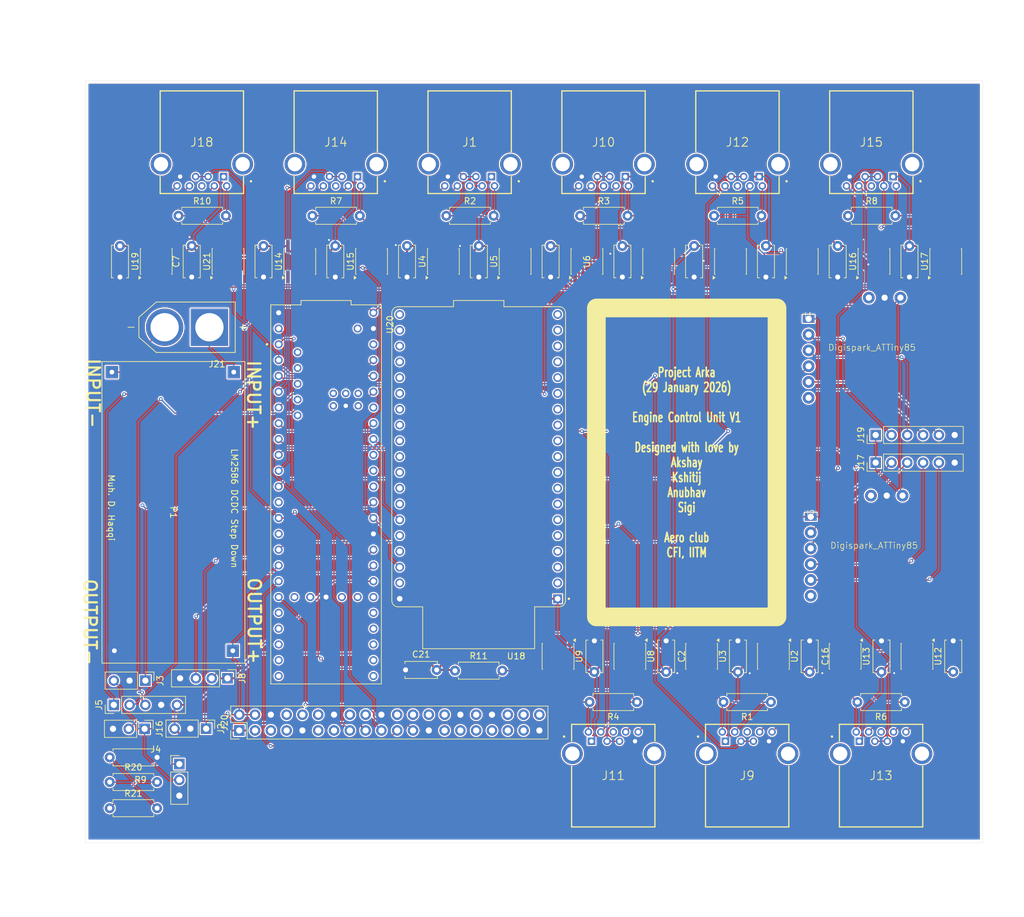
<source format=kicad_pcb>
(kicad_pcb (version 20241229) (generator "pcbnew") (generator_version "9.0")
  (title_block (title "MotherBoard") (date "2026-01-28") (rev "1") (company "Project Arka") (comment 1 "Indian Institute of Technology Madras") (comment 2 "Center for Innovation") (comment 3 "Aero Club"))
  (layers (0 "F.Cu" signal "Front") (2 "B.Cu" signal "Back") (13 "F.Paste" user) (15 "B.Paste" user) (5 "F.SilkS" user "F.Silkscreen") (7 "B.SilkS" user "B.Silkscreen") (1 "F.Mask" user) (3 "B.Mask" user) (25 "Edge.Cuts" user))
  (net 0 "")
  (net 1 "GND")
  (net 2 "5V")
  (net 3 "3V3")
  (net 6 "Net-(J1-SSRX+)")
  (net 7 "Net-(J1-SSTX-)")
  (net 8 "Net-(J1-SSTX+)")
  (net 9 "CS_3")
  (net 11 "Net-(J1-SSRX-)")
  (net 12 "FLOW_PULSE")
  (net 13 "STARTER_PWM")
  (net 14 "LC_SCK")
  (net 15 "LC_MISO")
  (net 17 "Net-(J9-SSTX-)")
  (net 18 "Net-(J9-SSRX-)")
  (net 19 "Net-(J9-SSRX+)")
  (net 20 "Net-(J9-SSTX+)")
  (net 21 "CS_2")
  (net 22 "Net-(J10-SSRX-)")
  (net 23 "Net-(J10-SSTX+)")
  (net 24 "Net-(J10-SSTX-)")
  (net 26 "CS_4")
  (net 27 "Net-(J10-SSRX+)")
  (net 28 "Net-(J11-SSRX-)")
  (net 29 "Net-(J11-SSTX+)")
  (net 30 "CS_5")
  (net 32 "Net-(J11-SSTX-)")
  (net 33 "Net-(J11-SSRX+)")
  (net 34 "Net-(J12-SSRX-)")
  (net 35 "Net-(J12-SSTX-)")
  (net 36 "CS_6")
  (net 37 "Net-(J12-SSRX+)")
  (net 39 "Net-(J12-SSTX+)")
  (net 40 "Net-(J13-SSTX-)")
  (net 41 "Net-(J13-SSRX-)")
  (net 42 "CS_7")
  (net 43 "Net-(J13-SSTX+)")
  (net 45 "Net-(J13-SSRX+)")
  (net 46 "Net-(J14-SSTX-)")
  (net 47 "Net-(J14-SSRX-)")
  (net 49 "Net-(J14-SSTX+)")
  (net 50 "Net-(J14-SSRX+)")
  (net 51 "CS_8")
  (net 52 "Net-(J15-SSRX-)")
  (net 54 "Net-(J15-SSTX+)")
  (net 55 "CS_9")
  (net 56 "Net-(J15-SSRX+)")
  (net 57 "Net-(J15-SSTX-)")
  (net 58 "IGNITION_TGR")
  (net 59 "CS_1")
  (net 60 "Net-(J18-SSRX-)")
  (net 61 "Net-(J18-SSTX+)")
  (net 62 "Net-(J18-SSTX-)")
  (net 64 "Net-(J18-SSRX+)")
  (net 71 "MOSI_ADC")
  (net 78 "/PT/RESET")
  (net 79 "CS_ADC")
  (net 80 "/PT/DRDY")
  (net 82 "SCK_ADC")
  (net 86 "MISO_ADC")
  (net 93 "T_PULSE")
  (net 94 "STEPPER_PWM")
  (net 95 "STEPPER_EN")
  (net 96 "STEPPER_DIR")
  (net 98 "SCK_1")
  (net 99 "MISO_1")
  (net 122 "SCL_IC")
  (net 136 "SDA_IC")
  (net 148 "MOSI_1")
  (net 151 "3.3V")
  (net 155 "OI_TGR")
  (net 156 "USB_GND")
  (net 174 "Net-(J21-NEG)")
  (net 175 "Net-(J21-POS)")
  (net 176 "Net-(I1-P4)")
  (net 177 "Net-(I1-P2{slash}SCK)")
  (net 178 "Net-(I1-P1{slash}MISO)")
  (net 179 "Net-(I1-P3)")
  (net 182 "Net-(I2-P2{slash}SCK)")
  (net 183 "Net-(I2-P4)")
  (net 184 "Net-(I2-P3)")
  (net 185 "Net-(I2-P1{slash}MISO)")
  (net 186 "Net-(J4-Pin_1)")
  (net 187 "Net-(R20-Pad2)")
  (net 196 "USB_GND_1")
  (net 197 "3.3V_1")
  (net 198 "3.3V_2")
  (net 200 "/Tachometer/SIG")
  (footprint "Additional_Components:SAMTEC_USB3-A-S-F-TH" (layer "F.Cu") (at 86.1729 28.1 180)
    (property "Reference" "J1")
    (property "Value" "USB3_A")
  )
  (footprint "Capacitor_THT:C_Disc_D5.0mm_W2.5mm_P5.00mm" (layer "F.Cu") (at 99.1909 46.25 90)
    (property "Reference" "C18" (hide yes))
    (property "Value" "0.1uF")
  )
  (footprint "Capacitor_THT:C_Disc_D5.0mm_W2.5mm_P5.00mm" (layer "F.Cu") (at 76.1072 46.25 90)
    (property "Reference" "C12" (hide yes))
    (property "Value" "0.1uF")
  )
  (footprint "Resistor_THT:R_Axial_DIN0207_L6.3mm_D2.5mm_P7.62mm_Horizontal" (layer "F.Cu") (at 60.8842 36.4)
    (property "Reference" "R7")
    (property "Value" "120")
  )
  (footprint "Connector_PinHeader_2.54mm:PinHeader_1x06_P2.54mm_Vertical" (layer "F.Cu") (at 151.4686 71.65 90)
    (property "Reference" "J19")
    (property "Value" "Conn_01x06_Socket")
  )
  (footprint "Package_SO:SOIC-8_3.9x4.9mm_P1.27mm" (layer "F.Cu") (at 100.3909 107.25 -90)
    (property "Reference" "U9")
    (property "Value" "MAX3485")
  )
  (footprint "Package_SO:SOIC-8_3.9x4.9mm_P1.27mm" (layer "F.Cu") (at 128.113 43.75 90)
    (property "Reference" "U10" (hide yes))
    (property "Value" "MAX3485")
  )
  (footprint "Connector_PinHeader_2.54mm:PinHeader_1x03_P2.54mm_Vertical" (layer "F.Cu") (at 34.025 111.15 -90)
    (property "Reference" "J3")
    (property "Value" "PINHD_1x3_Male")
  )
  (footprint "Connector_PinHeader_2.54mm:PinHeader_1x04_P2.54mm_Vertical" (layer "F.Cu") (at 47.23 110.775 -90)
    (property "Reference" "J8")
    (property "Value" "HX711")
  )
  (footprint "Capacitor_THT:C_Disc_D5.0mm_W2.5mm_P5.00mm" (layer "F.Cu") (at 145.3583 46.25 90)
    (property "Reference" "C14" (hide yes))
    (property "Value" "0.1uF")
  )
  (footprint "Package_SO:SOIC-8_3.9x4.9mm_P1.27mm" (layer "F.Cu") (at 146.5583 107.25 -90)
    (property "Reference" "U13")
    (property "Value" "MAX3485")
  )
  (footprint "Package_SO:SOIC-8_3.9x4.9mm_P1.27mm" (layer "F.Cu") (at 81.9456 43.75 90)
    (property "Reference" "U4")
    (property "Value" "MAX3485")
  )
  (footprint "Resistor_THT:R_Axial_DIN0207_L6.3mm_D2.5mm_P7.62mm_Horizontal" (layer "F.Cu") (at 39.3529 36.4)
    (property "Reference" "R10")
    (property "Value" "120")
  )
  (footprint "Resistor_THT:R_Axial_DIN0207_L6.3mm_D2.5mm_P7.62mm_Horizontal" (layer "F.Cu") (at 156.1444 114.6 180)
    (property "Reference" "R6")
    (property "Value" "120")
  )
  (footprint "Capacitor_THT:C_Disc_D5.0mm_W2.5mm_P5.00mm" (layer "F.Cu") (at 122.2746 46.25 90)
    (property "Reference" "C4" (hide yes))
    (property "Value" "0.1uF")
  )
  (footprint "Capacitor_THT:C_Disc_D5.0mm_W2.5mm_P5.00mm" (layer "F.Cu") (at 163.9386 104.75 -90)
    (property "Reference" "C10" (hide yes))
    (property "Value" "0.1uF")
  )
  (footprint "Package_SO:SOIC-8_3.9x4.9mm_P1.27mm" (layer "F.Cu") (at 93.4875 43.75 90)
    (property "Reference" "U5")
    (property "Value" "MAX3485")
  )
  (footprint "Resistor_THT:R_Axial_DIN0207_L6.3mm_D2.5mm_P7.62mm_Horizontal" (layer "F.Cu") (at 125.4779 36.4)
    (property "Reference" "R5")
    (property "Value" "120")
  )
  (footprint "Resistor_THT:R_Axial_DIN0207_L6.3mm_D2.5mm_P7.62mm_Horizontal" (layer "F.Cu") (at 134.6131 114.6 180)
    (property "Reference" "R1")
    (property "Value" "120")
  )
  (footprint "Package_SO:SOIC-8_3.9x4.9mm_P1.27mm" (layer "F.Cu") (at 111.9328 107.25 -90)
    (property "Reference" "U8")
    (property "Value" "MAX3485")
  )
  (footprint "Connector_PinHeader_2.54mm:PinHeader_1x03_P2.54mm_Vertical" (layer "F.Cu") (at 39.485 124.575)
    (property "Reference" "J4")
    (property "Value" "Conn_01x03_Pin" (hide yes))
  )
  (footprint "Package_SO:SOIC-8_3.9x4.9mm_P1.27mm" (layer "F.Cu") (at 151.1968 43.75 90)
    (property "Reference" "U16")
    (property "Value" "MAX3485")
  )
  (footprint "Additional_Components:SAMTEC_USB3-A-S-F-TH" (layer "F.Cu") (at 43.1079 28.1 180)
    (property "Reference" "J18")
    (property "Value" "USB3_A")
  )
  (footprint "Resistor_THT:R_Axial_DIN0207_L6.3mm_D2.5mm_P7.62mm_Horizontal" (layer "F.Cu") (at 113.0819 114.6 180)
    (property "Reference" "R4")
    (property "Value" "120")
  )
  (footprint "Capacitor_THT:C_Disc_D5.0mm_W2.5mm_P5.00mm" (layer "F.Cu") (at 133.8165 46.25 90)
    (property "Reference" "C13" (hide yes))
    (property "Value" "0.1uF")
  )
  (footprint "Additional_Components:SAMTEC_USB3-A-S-F-TH" (layer "F.Cu") (at 129.2379 28.1 180)
    (property "Reference" "J12")
    (property "Value" "USB3_A")
  )
  (footprint "Package_SO:SOIC-8_3.9x4.9mm_P1.27mm" (layer "F.Cu") (at 135.0165 107.25 -90)
    (property "Reference" "U2")
    (property "Value" "MAX3485")
  )
  (footprint "Capacitor_THT:C_Disc_D5.0mm_W2.5mm_P5.00mm" (layer "F.Cu") (at 106.2293 104.75 -90)
    (property "Reference" "C20" (hide yes))
    (property "Value" "0.1uF")
  )
  (footprint "Additional_Components:SAMTEC_USB3-A-S-F-TH" (layer "F.Cu") (at 130.8031 122.9)
    (property "Reference" "J9")
    (property "Value" "USB3_A")
  )
  (footprint "Additional_Components:SAMTEC_USB3-A-S-F-TH" (layer "F.Cu") (at 107.7054 28.1 180)
    (property "Reference" "J10")
    (property "Value" "USB3_A")
  )
  (footprint "Package_SO:SOIC-8_3.9x4.9mm_P1.27mm" (layer "F.Cu") (at 58.8619 43.75 90)
    (property "Reference" "U14")
    (property "Value" "MAX3485")
  )
  (footprint "Resistor_THT:R_Axial_DIN0207_L6.3mm_D2.5mm_P7.62mm_Horizontal" (layer "F.Cu") (at 103.9467 36.4)
    (property "Reference" "R3")
    (property "Value" "120")
  )
  (footprint "Additional_Components:LM2596 Module" (layer "F.Cu") (at 50.0415 59.8452 -90)
    (property "Reference" "P1")
    (property "Value" "~")
  )
  (footprint "Additional_Components:SAMTEC_USB3-A-S-F-TH" (layer "F.Cu") (at 150.7704 28.1 180)
    (property "Reference" "J15")
    (property "Value" "USB3_A")
  )
  (footprint "Additional_Components:Digispark_ATTiny85_Headers" (layer "F.Cu") (at 140.6836 52.9675)
    (property "Reference" "I1")
    (property "Value" "~")
  )
  (footprint "Capacitor_THT:C_Disc_D5.0mm_W2.5mm_P5.00mm" (layer "F.Cu") (at 117.7712 104.75 -90)
    (property "Reference" "C2")
    (property "Value" "0.1uF")
  )
  (footprint "Capacitor_THT:C_Disc_D5.0mm_W2.5mm_P5.00mm" (layer "F.Cu") (at 152.3968 104.75 -90)
    (property "Reference" "C5" (hide yes))
    (property "Value" "0.1uF")
  )
  (footprint "Resistor_THT:R_Axial_DIN0207_L6.3mm_D2.5mm_P7.62mm_Horizontal" (layer "F.Cu") (at 28.29 131.665)
    (property "Reference" "R21")
    (property "Value" "10k")
  )
  (footprint "Capacitor_THT:C_Disc_D5.0mm_W2.5mm_P5.00mm" (layer "F.Cu") (at 110.7328 46.25 90)
    (property "Reference" "C3" (hide yes))
    (property "Value" "0.1uF")
  )
  (footprint "Connector_PinHeader_2.54mm:PinHeader_1x03_P2.54mm_Vertical" (layer "F.Cu") (at 43.8 118.875 -90)
    (property "Reference" "J2")
    (property "Value" "PINHD_1x3_Male")
  )
  (footprint "Connector_PinHeader_2.54mm:PinHeader_2x20_P2.54mm_Vertical" (layer "F.Cu") (at 49.125 119.165 90)
    (property "Reference" "J20")
    (property "Value" "Raspberry_Pi_2_3")
  )
  (footprint "Capacitor_THT:C_Disc_D5.0mm_W2.5mm_P5.00mm" (layer "F.Cu") (at 87.649 46.25 90)
    (property "Reference" "C17" (hide yes))
    (property "Value" "0.1uF")
  )
  (footprint "Additional_Components:Teensy_4.1" (layer "F.Cu") (at 63.08 81.2 -90)
    (property "Reference" "U20")
    (property "Value" "Teensy_4.1")
  )
  (footprint "Package_SO:SOIC-8_3.9x4.9mm_P1.27mm" (layer "F.Cu") (at 139.6549 43.75 90)
    (property "Reference" "U11" (hide yes))
    (property "Value" "MAX3485")
  )
  (footprint "Additional_Components:MODULE_ESP32-DEVKITC-32E" (layer "F.Cu") (at 87.625 75.15 180)
    (property "Reference" "U18")
    (property "Value" "ESP32-DEVKITC-32E")
  )
  (footprint "Package_SO:SOIC-8_3.9x4.9mm_P1.27mm" (layer "F.Cu") (at 162.7386 43.75 90)
    (property "Reference" "U17")
    (property "Value" "MAX3485")
  )
  (footprint "Package_SO:SOIC-8_3.9x4.9mm_P1.27mm" (layer "F.Cu") (at 35.7782 43.75 90)
    (property "Reference" "U19")
    (property "Value" "MAX3485")
  )
  (footprint "Package_SO:SOIC-8_3.9x4.9mm_P1.27mm" (layer "F.Cu") (at 105.0293 43.75 90)
    (property "Reference" "U6")
    (property "Value" "MAX3485")
  )
  (footprint "Capacitor_THT:C_Disc_D5.0mm_W2.5mm_P5.00mm" (layer "F.Cu") (at 64.5653 46.25 90)
    (property "Reference" "C11" (hide yes))
    (property "Value" "0.1uF")
  )
  (footprint "Additional_Components:SAMTEC_USB3-A-S-F-TH" (layer "F.Cu") (at 109.2706 122.9)
    (property "Reference" "J11")
    (property "Value" "USB3_A")
  )
  (footprint "Capacitor_THT:C_Disc_D5.0mm_W2.5mm_P5.00mm" (layer "F.Cu") (at 140.8549 104.75 -90)
    (property "Reference" "C16")
    (property "Value" "0.1uF")
  )
  (footprint "Additional_Components:AMASS_XT60-M" (layer "F.Cu") (at 40.728 54.3252 180)
    (property "Reference" "J21")
    (property "Value" "XT60-M")
  )
  (footprint "Resistor_THT:R_Axial_DIN0207_L6.3mm_D2.5mm_P7.62mm_Horizontal" (layer "F.Cu") (at 28.29 127.46)
    (property "Reference" "R20")
    (property "Value" "10k")
  )
  (footprint "Resistor_THT:R_Axial_DIN0207_L6.3mm_D2.5mm_P7.62mm_Horizontal" (layer "F.Cu") (at 82.4154 36.4)
    (property "Reference" "R2")
    (property "Value" "120")
  )
  (footprint "Connector_PinHeader_2.54mm:PinHeader_1x03_P2.54mm_Vertical" (layer "F.Cu") (at 33.9 118.9 -90)
    (property "Reference" "J16")
    (property "Value" "Conn_01x03_Pin")
  )
  (footprint "Resistor_THT:R_Axial_DIN0207_L6.3mm_D2.5mm_P7.62mm_Horizontal" (layer "F.Cu") (at 147.0092 36.4)
    (property "Reference" "R8")
    (property "Value" "120")
  )
  (footprint "Package_SO:SOIC-8_3.9x4.9mm_P1.27mm" (layer "F.Cu") (at 158.1002 107.25 -90)
    (property "Reference" "U12")
    (property "Value" "MAX3485")
  )
  (footprint "Package_SO:SOIC-8_3.9x4.9mm_P1.27mm" (layer "F.Cu") (at 47.32 43.75 90)
    (property "Reference" "U21")
    (property "Value" "MAX3485")
  )
  (footprint "Capacitor_THT:C_Disc_D5.0mm_W2.5mm_P5.00mm" (layer "F.Cu") (at 75.875 109.425)
    (property "Reference" "C21")
    (property "Value" "0.1uF")
  )
  (footprint "Additional_Components:SAMTEC_USB3-A-S-F-TH" (layer "F.Cu") (at 152.3356 122.9)
    (property "Reference" "J13")
    (property "Value" "USB3_A")
  )
  (footprint "Resistor_THT:R_Axial_DIN0207_L6.3mm_D2.5mm_P7.62mm_Horizontal" (layer "F.Cu") (at 83.815 109.55)
    (property "Reference" "R11")
    (property "Value" "10k")
  )
  (footprint "Package_SO:SOIC-8_3.9x4.9mm_P1.27mm" (layer "F.Cu") (at 123.4746 107.25 -90)
    (property "Reference" "U3")
    (property "Value" "MAX3485")
  )
  (footprint "Resistor_THT:R_Axial_DIN0207_L6.3mm_D2.5mm_P7.62mm_Horizontal" (layer "F.Cu") (at 28.29 123.49)
    (property "Reference" "R9")
    (property "Value" "10k")
  )
  (footprint "Additional_Components:SAMTEC_USB3-A-S-F-TH" (layer "F.Cu") (at 64.6404 28.1 180)
    (property "Reference" "J14")
    (property "Value" "USB3_A")
  )
  (footprint "Connector_PinHeader_2.54mm:PinHeader_1x05_P2.54mm_Vertical" (layer "F.Cu") (at 28.95 115.05 90)
    (property "Reference" "J5")
    (property "Value" "PINHD_1x5_Male")
  )
  (footprint "Package_SO:SOIC-8_3.9x4.9mm_P1.27mm" (layer "F.Cu") (at 116.5712 43.75 90)
    (property "Reference" "U7" (hide yes))
    (property "Value" "MAX3485")
  )
  (footprint "Capacitor_THT:C_Disc_D5.0mm_W2.5mm_P5.00mm" (layer "F.Cu") (at 41.4816 46.25 90)
    (property "Reference" "C7")
    (property "Value" "0.1uF")
  )
  (footprint "Capacitor_THT:C_Disc_D5.0mm_W2.5mm_P5.00mm" (layer "F.Cu") (at 53.0235 46.25 90)
    (property "Reference" "C8" (hide yes))
    (property "Value" "0.1uF")
  )
  (footprint "Capacitor_THT:C_Disc_D5.0mm_W2.5mm_P5.00mm" (layer "F.Cu") (at 156.9002 46.25 90)
    (property "Reference" "C9" (hide yes))
    (property "Value" "0.1uF")
  )
  (footprint "Capacitor_THT:C_Disc_D5.0mm_W2.5mm_P5.00mm" (layer "F.Cu") (at 129.313 104.75 -90)
    (property "Reference" "C6" (hide yes))
    (property "Value" "0.1uF")
  )
  (footprint "Capacitor_THT:C_Disc_D5.0mm_W2.5mm_P5.00mm" (layer "F.Cu") (at 29.9398 46.25 90)
    (property "Reference" "C15" (hide yes))
    (property "Value" "0.1uF")
  )
  (footprint "Package_SO:SOIC-8_3.9x4.9mm_P1.27mm" (layer "F.Cu") (at 70.4038 43.75 90)
    (property "Reference" "U15")
    (property "Value" "MAX3485")
  )
  (footprint "Connector_PinHeader_2.54mm:PinHeader_1x06_P2.54mm_Vertical" (layer "F.Cu") (at 151.4686 76.1 90)
    (property "Reference" "J17")
    (property "Value" "Conn_01x06_Socket")
  )
  (footprint "Additional_Components:Digispark_ATTiny85_Headers" (layer "F.Cu") (at 141.025 84.8)
    (property "Reference" "I2")
    (property "Value" "~")
  )
  (gr_rect (start 24.375 14.675) (end 168.7 137.2) (stroke (width 0.0381)) (fill no) (layer "Edge.Cuts"))
  (gr_text_box "Project Arka\n(29 January 2026)\n\nEngine Control Unit V1\n\nDesigned with love by\nAkshay\nKshitij\nAnubhav\nSigi\n\nAero club\nCFI, IITM\n" (start 106.55 51.225) (end 135.6 100.9) (margins 1.0025 1.0025 1.0025 1.0025) (layer "F.SilkS") (effects (font (size 1.5 1) (thickness 0.25) (bold yes))) (border yes) (stroke (width 3)))
  (segment (start 116.0065 102.9853) (end 107.994 102.9853) (width 0.2) (layer "F.Cu") (net 1))
  (segment (start 36.2621 112.2517) (end 38.1333 112.2517) (width 0.2) (layer "F.Cu") (net 1))
  (segment (start 131.4623 109.725) (end 131.2204 109.9669) (width 0.2) (layer "F.Cu") (net 1))
  (segment (start 140.2899 44.995) (end 139.9382 44.6433) (width 0.2) (layer "F.Cu") (net 1))
  (segment (start 94.1225 44.9925) (end 97.9334 44.9925) (width 0.2) (layer "F.Cu") (net 1))
  (segment (start 126.5557 39.9616) (end 126.9257 40.3316) (width 0.2) (layer "F.Cu") (net 1))
  (segment (start 49.225 41.5937) (end 48.2694 42.5493) (width 0.2) (layer "F.Cu") (net 1))
  (segment (start 64.5653 46.25) (end 65.7969 47.4816) (width 0.2) (layer "F.Cu") (net 1))
  (segment (start 69.7688 47.4816) (end 69.7688 46.225) (width 0.2) (layer "F.Cu") (net 1))
  (segment (start 47.955 45.8977) (end 46.6839 44.6266) (width 0.2) (layer "F.Cu") (net 1))
  (segment (start 68.16 51.99) (end 55.46 51.99) (width 0.2) (layer "F.Cu") (net 1))
  (segment (start 128.0221 106.0409) (end 129.313 104.75) (width 0.2) (layer "F.Cu") (net 1))
  (segment (start 96.665 109.725) (end 89.765 116.625) (width 0.2) (layer "F.Cu") (net 1))
  (segment (start 91.035 117.895) (end 89.765 116.625) (width 0.2) (layer "F.Cu") (net 1))
  (segment (start 72.3088 41.275) (end 74.1408 41.275) (width 0.2) (layer "F.Cu") (net 1))
  (segment (start 47.955 45.8977) (end 47.955 46.225) (width 0.2) (layer "F.Cu") (net 1))
  (segment (start 110.7328 46.25) (end 111.9851 44.9977) (width 0.2) (layer "F.Cu") (net 1))
  (segment (start 126.9257 42.2667) (end 127.1801 42.5211) (width 0.2) (layer "F.Cu") (net 1))
  (segment (start 140.8549 104.75) (end 142.1057 103.4992) (width 0.2) (layer "F.Cu") (net 1))
  (segment (start 63.08 97.71) (end 64.0391 98.6691) (width 0.2) (layer "F.Cu") (net 1))
  (segment (start 127.1801 42.5211) (end 129.9484 42.5211) (width 0.2) (layer "F.Cu") (net 1))
  (segment (start 46.075 42.2614) (end 46.075 40.3084) (width 0.2) (layer "F.Cu") (net 1))
  (segment (start 41.1255 39.9391) (end 41.1255 39.8228) (width 0.2) (layer "F.Cu") (net 1))
  (segment (start 109.1064 47.8764) (end 110.7328 46.25) (width 0.2) (layer "F.Cu") (net 1))
  (segment (start 154.4481 39.9287) (end 161.1023 39.9287) (width 0.2) (layer "F.Cu") (net 1))
  (segment (start 74.3037 41.1121) (end 74.1408 41.275) (width 0.2) (layer "F.Cu") (net 1))
  (segment (start 161.8979 42.7012) (end 163.3736 42.7012) (width 0.2) (layer "F.Cu") (net 1))
  (segment (start 147.1933 105.0866) (end 147.1933 104.775) (width 0.2) (layer "F.Cu") (net 1))
  (segment (start 111.9851 44.9977) (end 116.3103 44.9977) (width 0.2) (layer "F.Cu") (net 1))
  (segment (start 122.8396 106.0409) (end 128.0221 106.0409) (width 0.2) (layer "F.Cu") (net 1))
  (segment (start 147.3849 44.2234) (end 145.3583 46.25) (width 0.2) (layer "F.Cu") (net 1))
  (segment (start 46.224 116.2327) (end 36.2621 116.2327) (width 0.2) (layer "F.Cu") (net 1))
  (segment (start 37.0732 47.2201) (end 37.0732 45.2604) (width 0.2) (layer "F.Cu") (net 1))
  (segment (start 76.1072 46.25) (end 77.7155 47.8583) (width 0.2) (layer "F.Cu") (net 1))
  (segment (start 84.685 117.8066) (end 84.685 117.7424) (width 0.2) (layer "F.Cu") (net 1))
  (segment (start 98.4859 109.725) (end 98.4859 109.406) (width 0.2) (layer "F.Cu") (net 1))
  (segment (start 83.5034 117.8066) (end 84.685 117.8066) (width 0.2) (layer "F.Cu") (net 1))
  (segment (start 163.5325 42.7012) (end 164.6436 41.5901) (width 0.2) (layer "F.Cu") (net 1))
  (segment (start 32.5867 112.2517) (end 36.2621 112.2517) (width 0.2) (layer "F.Cu") (net 1))
  (segment (start 74.2409 98.6691) (end 74.925 97.985) (width 0.2) (layer "F.Cu") (net 1))
  (segment (start 100.3725 107.2005) (end 101.508 106.065) (width 0.2) (layer "F.Cu") (net 1))
  (segment (start 88.6476 117.7424) (end 89.765 116.625) (width 0.2) (layer "F.Cu") (net 1))
  (segment (start 119.5649 109.9585) (end 121.3361 109.9585) (width 0.2) (layer "F.Cu") (net 1))
  (segment (start 100.3725 107.5194) (end 100.3725 107.2005) (width 0.2) (layer "F.Cu") (net 1))
  (segment (start 47.955 46.225) (end 46.685 46.225) (width 0.2) (layer "F.Cu") (net 1))
  (segment (start 117.2062 45.8936) (end 117.2062 46.225) (width 0.2) (layer "F.Cu") (net 1))
  (segment (start 119.0621 106.0409) (end 122.8396 106.0409) (width 0.2) (layer "F.Cu") (net 1))
  (segment (start 140.2899 44.995) (end 140.2899 46.225) (width 0.2) (layer "F.Cu") (net 1))
  (segment (start 153.7033 103.4435) (end 152.3968 104.75) (width 0.2) (layer "F.Cu") (net 1))
  (segment (start 88.9065 44.9925) (end 94.1225 44.9925) (width 0.2) (layer "F.Cu") (net 1))
  (segment (start 117.2062 46.225) (end 115.9362 46.225) (width 0.2) (layer "F.Cu") (net 1))
  (segment (start 164.6436 41.5901) (end 164.6436 41.275) (width 0.2) (layer "F.Cu") (net 1))
  (segment (start 144.6533 109.725) (end 143.1112 109.725) (width 0.2) (layer "F.Cu") (net 1))
  (segment (start 104.9143 106.065) (end 106.2293 104.75) (width 0.2) (layer "F.Cu") (net 1))
  (segment (start 124.1096 104.775) (end 122.8396 104.775) (width 0.2) (layer "F.Cu") (net 1))
  (segment (start 38.9803 39.9779) (end 37.6832 41.275) (width 0.2) (layer "F.Cu") (net 1))
  (segment (start 83.2467 118.0633) (end 83.5034 117.8066) (width 0.2) (layer "F.Cu") (net 1))
  (segment (start 104.0626 42.5026) (end 106.9343 42.5026) (width 0.2) (layer "F.Cu") (net 1))
  (segment (start 95.3925 41.275) (end 96.6745 39.993) (width 0.2) (layer "F.Cu") (net 1))
  (segment (start 158.1926 44.9576) (end 156.9002 46.25) (width 0.2) (layer "F.Cu") (net 1))
  (segment (start 83.8506 41.275) (end 84.5924 41.275) (width 0.2) (layer "F.Cu") (net 1))
  (segment (start 140.8549 104.75) (end 139.2319 103.127) (width 0.2) (layer "F.Cu") (net 1))
  (segment (start 146.8091 120.9) (end 147.7387 121.8296) (width 0.2) (layer "F.Cu") (net 1))
  (segment (start 36.2621 116.2327) (end 36.2621 115.05) (width 0.2) (layer "F.Cu") (net 1))
  (segment (start 148.1142 106.0075) (end 147.1933 105.0866) (width 0.2) (layer "F.Cu") (net 1))
  (segment (start 143.1112 109.725) (end 142.8834 109.9528) (width 0.2) (layer "F.Cu") (net 1))
  (segment (start 117.7712 104.75) (end 119.0621 106.0409) (width 0.2) (layer "F.Cu") (net 1))
  (segment (start 139.9382 44.6433) (end 135.4232 44.6433) (width 0.2) (layer "F.Cu") (net 1))
  (segment (start 162.0341 78.2345) (end 164.1686 76.1) (width 0.2) (layer "F.Cu") (net 1))
  (segment (start 101.6359 108.7829) (end 100.3725 107.5194) (width 0.2) (layer "F.Cu") (net 1))
  (segment (start 145.9233 104.4812) (end 145.9233 104.775) (width 0.2) (layer "F.Cu") (net 1))
  (segment (start 118.1021 44.9977) (end 117.2062 45.8936) (width 0.2) (layer "F.Cu") (net 1))
  (segment (start 116.3103 44.9977) (end 117.2062 45.8936) (width 0.2) (layer "F.Cu") (net 1))
  (segment (start 46.6839 44.6266) (end 43.105 44.6266) (width 0.2) (layer "F.Cu") (net 1))
  (segment (start 156.4105 78.2345) (end 162.0341 78.2345) (width 0.2) (layer "F.Cu") (net 1))
  (segment (start 60.7669 41.275) (end 61.7584 40.2835) (width 0.2) (layer "F.Cu") (net 1))
  (segment (start 156.1952 109.725) (end 154.6665 109.725) (width 0.2) (layer "F.Cu") (net 1))
  (segment (start 51.7554 44.9819) (end 48.8708 44.9819) (width 0.2) (layer "F.Cu") (net 1))
  (segment (start 28.82 118.9) (end 31.4873 116.2327) (width 0.2) (layer "F.Cu") (net 1))
  (segment (start 46.9711 115.4856) (end 46.224 116.2327) (width 0.2) (layer "F.Cu") (net 1))
  (segment (start 31.485 111.15) (end 32.5867 112.2517) (width 0.2) (layer "F.Cu") (net 1))
  (segment (start 135.4232 44.6433) (end 133.8165 46.25) (width 0.2) (layer "F.Cu") (net 1))
  (segment (start 40.2204 44.9888) (end 41.4816 46.25) (width 0.2) (layer "F.Cu") (net 1))
  (segment (start 46.3629 42.5493) (end 46.075 42.2614) (width 0.2) (layer "F.Cu") (net 1))
  (segment (start 145.3583 46.25) (end 144.1033 44.995) (width 0.2) (layer "F.Cu") (net 1))
  (segment (start 29.9398 46.25) (end 31.2512 47.5614) (width 0.2) (layer "F.Cu") (net 1))
  (segment (start 153.245 81.4) (end 156.4105 78.2345) (width 0.2) (layer "F.Cu") (net 1))
  (segment (start 84.6131 41.2543) (end 84.6131 41.2836) (width 0.2) (layer "F.Cu") (net 1))
  (segment (start 49.225 41.275) (end 49.225 41.5937) (width 0.2) (layer "F.Cu") (net 1))
  (segment (start 101.508 106.065) (end 104.9143 106.065) (width 0.2) (layer "F.Cu") (net 1))
  (segment (start 70.1669 30.1) (end 69.2373 29.1704) (width 0.2) (layer "F.Cu") (net 1))
  (segment (start 121.0223 44.9977) (end 118.1021 44.9977) (width 0.2) (layer "F.Cu") (net 1))
  (segment (start 130.936 103.127) (end 129.313 104.75) (width 0.2) (layer "F.Cu") (net 1))
  (segment (start 107.994 102.9853) (end 106.2293 104.75) (width 0.2) (layer "F.Cu") (net 1))
  (segment (start 130.018 41.275) (end 130.018 42.4515) (width 0.2) (layer "F.Cu") (net 1))
  (segment (start 112.7706 120.9) (end 111.8625 121.8081) (width 0.2) (layer "F.Cu") (net 1))
  (segment (start 37.0732 45.2604) (end 37.3448 44.9888) (width 0.2) (layer "F.Cu") (net 1))
  (segment (start 106.9343 42.5026) (end 108.7875 42.5026) (width 0.2) (layer "F.Cu") (net 1))
  (segment (start 126.9257 40.3316) (end 126.9257 42.2667) (width 0.2) (layer "F.Cu") (net 1))
  (segment (start 134.3031 120.9) (end 146.8091 120.9) (width 0.2) (layer "F.Cu") (net 1))
  (segment (start 69.2373 29.1704) (end 62.07 29.1704) (width 0.2) (layer "F.Cu") (net 1))
  (segment (start 53.0656 115.4856) (end 46.9711 115.4856) (width 0.2) (layer "F.Cu") (net 1))
  (segment (start 102.0133 119.165) (end 97.385 119.165) (width 0.2) (layer "F.Cu") (net 1))
  (segment (start 62.07 29.1704) (end 61.1404 30.1) (width 0.2) (layer "F.Cu") (net 1))
  (segment (start 151.1393 106.0075) (end 148.1142 106.0075) (width 0.2) (layer "F.Cu") (net 1))
  (segment (start 161.4936 40.32) (end 161.4936 42.2969) (width 0.2) (layer "F.Cu") (net 1))
  (segment (start 104.6564 121.8081) (end 102.0133 119.165) (width 0.2) (layer "F.Cu") (net 1))
  (segment (start 61.7584 40.2835) (end 63.5527 40.2835) (width 0.2) (layer "F.Cu") (net 1))
  (segment (start 163.3736 44.9576) (end 163.3736 46.225) (width 0.2) (layer "F.Cu") (net 1))
  (segment (start 36.7319 47.5614) (end 37.0732 47.2201) (width 0.2) (layer "F.Cu") (net 1))
  (segment (start 117.7712 104.75) (end 116.0065 102.9853) (width 0.2) (layer "F.Cu") (net 1))
  (segment (start 45.7445 39.9779) (end 41.1255 39.9779) (width 0.2) (layer "F.Cu") (net 1))
  (segment (start 161.4936 42.2969) (end 161.8979 42.7012) (width 0.2) (layer "F.Cu") (net 1))
  (segment (start 122.8396 104.775) (end 122.8396 106.0409) (width 0.2) (layer "F.Cu") (net 1))
  (segment (start 145.9233 104.775) (end 147.1933 104.775) (width 0.2) (layer "F.Cu") (net 1))
  (segment (start 121.3361 109.9585) (end 121.5696 109.725) (width 0.2) (layer "F.Cu") (net 1))
  (segment (start 84.5924 41.275) (end 84.6131 41.2543) (width 0.2) (layer "F.Cu") (net 1))
  (segment (start 97.9334 44.9925) (end 99.1909 46.25) (width 0.2) (layer "F.Cu") (net 1))
  (segment (start 103.8123 40.3419) (end 103.8123 42.2523) (width 0.2) (layer "F.Cu") (net 1))
  (segment (start 163.3736 42.7012) (end 163.5325 42.7012) (width 0.2) (layer "F.Cu") (net 1))
  (segment (start 64.0391 98.6691) (end 74.2409 98.6691) (width 0.2) (layer "F.Cu") (net 1))
  (segment (start 79.605 119.165) (end 80.7067 118.0633) (width 0.2) (layer "F.Cu") (net 1))
  (segment (start 161.1023 39.9287) (end 161.4936 40.32) (width 0.2) (layer "F.Cu") (net 1))
  (segment (start 153.1018 41.275) (end 154.4481 39.9287) (width 0.2) (layer "F.Cu") (net 1))
  (segment (start 99.1909 46.25) (end 100.8173 47.8764) (width 0.2) (layer "F.Cu") (net 1))
  (segment (start 152.3968 104.75) (end 151.1393 106.0075) (width 0.2) (layer "F.Cu") (net 1))
  (segment (start 111.8625 121.8081) (end 104.6564 121.8081) (width 0.2) (layer "F.Cu") (net 1))
  (segment (start 154.6665 109.725) (end 154.4445 109.947) (width 0.2) (layer "F.Cu") (net 1))
  (segment (start 84.6131 41.2836) (end 84.6131 41.2543) (width 0.2) (layer "F.Cu") (net 1))
  (segment (start 41.1255 39.8228) (end 41.1255 39.9779) (width 0.2) (layer "F.Cu") (net 1))
  (segment (start 163.3736 42.7012) (end 163.3736 44.9576) (width 0.2) (layer "F.Cu") (net 1))
  (segment (start 141.5599 44.995) (end 140.2899 44.995) (width 0.2) (layer "F.Cu") (net 1))
  (segment (start 94.1225 44.9925) (end 94.1225 46.225) (width 0.2) (layer "F.Cu") (net 1))
  (segment (start 74.1408 41.275) (end 74.3037 41.1121) (width 0.2) (layer "F.Cu") (net 1))
  (segment (start 163.3736 46.225) (end 162.1036 46.225) (width 0.2) (layer "F.Cu") (net 1))
  (segment (start 144.9413 103.4992) (end 145.9233 104.4812) (width 0.2) (layer "F.Cu") (net 1))
  (segment (start 84.685 117.7424) (end 88.6476 117.7424) (width 0.2) (layer "F.Cu") (net 1))
  (segment (start 131.2204 109.9669) (end 131.4623 109.725) (width 0.2) (layer "F.Cu") (net 1))
  (segment (start 100.8173 47.8764) (end 109.1064 47.8764) (width 0.2) (layer "F.Cu") (net 1))
  (segment (start 70.7 54.53) (end 68.16 51.99) (width 0.2) (layer "F.Cu") (net 1))
  (segment (start 96.115 117.895) (end 91.035 117.895) (width 0.2) (layer "F.Cu") (net 1))
  (segment (start 141.5599 41.275) (end 141.5599 44.995) (width 0.2) (layer "F.Cu") (net 1))
  (segment (start 74.8756 47.4816) (end 76.1072 46.25) (width 0.2) (layer "F.Cu") (net 1))
  (segment (start 77.7155 47.8583) (end 86.0407 47.8583) (width 0.2) (layer "F.Cu") (net 1))
  (segment (start 36.2621 115.05) (end 36.57 115.05) (width 0.2) (layer "F.Cu") (net 1))
  (segment (start 103.8123 42.2523) (end 104.0626 42.5026) (width 0.2) (layer "F.Cu") (net 1))
  (segment (start 41.1255 39.9779) (end 38.9803 39.9779) (width 0.2) (layer "F.Cu") (net 1))
  (segment (start 53.0235 46.25) (end 51.7554 44.9819) (width 0.2) (layer "F.Cu") (net 1))
  (segment (start 150.292 44.2234) (end 147.3849 44.2234) (width 0.2) (layer "F.Cu") (net 1))
  (segment (start 101.9587 111.0194) (end 101.6359 110.6966) (width 0.2) (layer "F.Cu") (net 1))
  (segment (start 140.2899 46.225) (end 139.0199 46.225) (width 0.2) (layer "F.Cu") (net 1))
  (segment (start 86.0407 47.8583) (end 87.649 46.25) (width 0.2) (layer "F.Cu") (net 1))
  (segment (start 97.385 119.165) (end 96.115 117.895) (width 0.2) (layer "F.Cu") (net 1))
  (segment (start 31.2512 47.5614) (end 36.7319 47.5614) (width 0.2) (layer "F.Cu") (net 1))
  (segment (start 41.1255 39.8228) (end 41.1255 39.9391) (width 0.2) (layer "F.Cu") (net 1))
  (segment (start 125.549 43.6434) (end 126.9257 42.2667) (width 0.2) (layer "F.Cu") (net 1))
  (segment (start 122.2746 46.25) (end 121.0223 44.9977) (width 0.2) (layer "F.Cu") (net 1))
  (segment (start 130.018 42.4515) (end 133.8165 46.25) (width 0.2) (layer "F.Cu") (net 1))
  (segment (start 162.6321 103.4435) (end 153.7033 103.4435) (width 0.2) (layer "F.Cu") (net 1))
  (segment (start 94.1225 46.225) (end 92.8525 46.225) (width 0.2) (layer "F.Cu") (net 1))
  (segment (start 74.1408 41.275) (end 74.3037 41.1121) (width 0.2) (layer "F.Cu") (net 1))
  (segment (start 142.8834 109.9528) (end 143.1112 109.725) (width 0.2) (layer "F.Cu") (net 1))
  (segment (start 69.7688 47.4816) (end 74.8756 47.4816) (width 0.2) (layer "F.Cu") (net 1))
  (segment (start 37.3448 44.9888) (end 40.2204 44.9888) (width 0.2) (layer "F.Cu") (net 1))
  (segment (start 65.7969 47.4816) (end 69.7688 47.4816) (width 0.2) (layer "F.Cu") (net 1))
  (segment (start 46.075 40.3084) (end 45.7445 39.9779) (width 0.2) (layer "F.Cu") (net 1))
  (segment (start 38.1333 112.2517) (end 39.61 110.775) (width 0.2) (layer "F.Cu") (net 1))
  (segment (start 101.0259 104.775) (end 99.7559 104.775) (width 0.2) (layer "F.Cu") (net 1))
  (segment (start 101.0259 105.5829) (end 101.508 106.065) (width 0.2) (layer "F.Cu") (net 1))
  (segment (start 101.0259 104.775) (end 101.0259 105.5829) (width 0.2) (layer "F.Cu") (net 1))
  (segment (start 101.6359 110.6966) (end 101.6359 108.7829) (width 0.2) (layer "F.Cu") (net 1))
  (segment (start 154.906 121.8296) (end 155.8356 120.9) (width 0.2) (layer "F.Cu") (net 1))
  (segment (start 69.7688 46.225) (end 71.0388 46.225) (width 0.2) (layer "F.Cu") (net 1))
  (segment (start 163.3736 44.9576) (end 158.1926 44.9576) (width 0.2) (layer "F.Cu") (net 1))
  (segment (start 84.685 117.7424) (end 84.685 116.625) (width 0.2) (layer "F.Cu") (net 1))
  (segment (start 123.8103 43.6434) (end 125.549 43.6434) (width 0.2) (layer "F.Cu") (net 1))
  (segment (start 108.7334 111.0194) (end 101.9587 111.0194) (width 0.2) (layer "F.Cu") (net 1))
  (segment (start 96.6745 39.993) (end 103.4634 39.993) (width 0.2) (layer "F.Cu") (net 1))
  (segment (start 48.2694 42.5493) (end 46.3629 42.5493) (width 0.2) (layer "F.Cu") (net 1))
  (segment (start 144.1033 44.995) (end 141.5599 44.995) (width 0.2) (layer "F.Cu") (net 1))
  (segment (start 98.4859 109.406) (end 100.3725 107.5194) (width 0.2) (layer "F.Cu") (net 1))
  (segment (start 139.2319 103.127) (end 130.936 103.127) (width 0.2) (layer "F.Cu") (net 1))
  (segment (start 82.6729 30.1) (end 70.1669 30.1) (width 0.2) (layer "F.Cu") (net 1))
  (segment (start 147.7387 121.8296) (end 154.906 121.8296) (width 0.2) (layer "F.Cu") (net 1))
  (segment (start 110.0278 109.725) (end 108.7334 111.0194) (width 0.2) (layer "F.Cu") (net 1))
  (segment (start 98.4859 109.725) (end 96.665 109.725) (width 0.2) (layer "F.Cu") (net 1))
  (segment (start 48.8708 44.9819) (end 47.955 45.8977) (width 0.2) (layer "F.Cu") (net 1))
  (segment (start 119.7896 39.9616) (end 126.5557 39.9616) (width 0.2) (layer "F.Cu") (net 1))
  (segment (start 142.1057 103.4992) (end 144.9413 103.4992) (width 0.2) (layer "F.Cu") (net 1))
  (segment (start 143.1112 109.725) (end 142.8834 109.9528) (width 0.2) (layer "F.Cu") (net 1))
  (segment (start 103.4634 39.993) (end 103.8123 40.3419) (width 0.2) (layer "F.Cu") (net 1))
  (segment (start 80.7067 118.0633) (end 83.2467 118.0633) (width 0.2) (layer "F.Cu") (net 1))
  (segment (start 131.4623 109.725) (end 131.2204 109.9669) (width 0.2) (layer "F.Cu") (net 1))
  (segment (start 129.9484 42.5211) (end 130.018 42.4515) (width 0.2) (layer "F.Cu") (net 1))
  (segment (start 54.205 116.625) (end 53.0656 115.4856) (width 0.2) (layer "F.Cu") (net 1))
  (segment (start 133.1115 109.725) (end 131.4623 109.725) (width 0.2) (layer "F.Cu") (net 1))
  (segment (start 31.4873 116.2327) (end 36.2621 116.2327) (width 0.2) (layer "F.Cu") (net 1))
  (segment (start 118.4762 41.275) (end 119.7896 39.9616) (width 0.2) (layer "F.Cu") (net 1))
  (segment (start 87.649 46.25) (end 88.9065 44.9925) (width 0.2) (layer "F.Cu") (net 1))
  (segment (start 163.9386 104.75) (end 162.6321 103.4435) (width 0.2) (layer "F.Cu") (net 1))
  (segment (start 36.2621 115.05) (end 36.2621 112.2517) (width 0.2) (layer "F.Cu") (net 1))
  (segment (start 43.105 44.6266) (end 41.4816 46.25) (width 0.2) (layer "F.Cu") (net 1))
  (segment (start 106.9343 41.275) (end 106.9343 42.5026) (width 0.2) (layer "F.Cu") (net 1))
  (via (at 63.5527 40.2835) (size 0.6) (drill 0.3) (layers "F.Cu" "B.Cu") (net 1))
  (via (at 108.7875 42.5026) (size 0.6) (drill 0.3) (layers "F.Cu" "B.Cu") (net 1))
  (via (at 154.4445 109.947) (size 0.6) (drill 0.3) (layers "F.Cu" "B.Cu") (net 1))
  (via (at 119.5649 109.9585) (size 0.6) (drill 0.3) (layers "F.Cu" "B.Cu") (net 1))
  (via (at 150.292 44.2234) (size 0.6) (drill 0.3) (layers "F.Cu" "B.Cu") (net 1))
  (via (at 131.2204 109.9669) (size 0.6) (drill 0.3) (layers "F.Cu" "B.Cu") (net 1))
  (via (at 142.8834 109.9528) (size 0.6) (drill 0.3) (layers "F.Cu" "B.Cu") (net 1))
  (via (at 123.8103 43.6434) (size 0.6) (drill 0.3) (layers "F.Cu" "B.Cu") (net 1))
  (via (at 74.3037 41.1121) (size 0.6) (drill 0.3) (layers "F.Cu" "B.Cu") (net 1))
  (via (at 41.1255 39.8228) (size 0.6) (drill 0.3) (layers "F.Cu" "B.Cu") (net 1))
  (via (at 84.6131 41.2543) (size 0.6) (drill 0.3) (layers "F.Cu" "B.Cu") (net 1))
  (segment (start 103.9375 30.1) (end 100.8495 33.188) (width 0.2) (layer "B.Cu") (net 1))
  (segment (start 75.875 98.935) (end 75.875 109.425) (width 0.2) (layer "B.Cu") (net 1))
  (segment (start 63.5527 40.2835) (end 63.4634 40.3728) (width 0.2) (layer "B.Cu") (net 1))
  (segment (start 41.1255 39.8228) (end 41.1255 39.9391) (width 0.2) (layer "B.Cu") (net 1))
  (segment (start 64.5653 48.3953) (end 70.7 54.53) (width 0.2) (layer "B.Cu") (net 1))
  (segment (start 59.285 119.165) (end 60.555 117.895) (width 0.2) (layer "B.Cu") (net 1))
  (segment (start 131.4623 109.725) (end 131.2204 109.9669) (width 0.2) (layer "B.Cu") (net 1))
  (segment (start 164.1686 71.65) (end 164.1686 76.1) (width 0.2) (layer "B.Cu") (net 1))
  (segment (start 74.925 97.985) (end 72.6396 95.6996) (width 0.2) (layer "B.Cu") (net 1))
  (segment (start 119.5649 106.5437) (end 119.5649 109.9585) (width 0.2) (layer "B.Cu") (net 1))
  (segment (start 67.1152 66.96) (end 67.1152 58.1148) (width 0.2) (layer "B.Cu") (net 1))
  (segment (start 61.1404 30.1) (end 62.3905 30.1) (width 0.2) (layer "B.Cu") (net 1))
  (segment (start 144.2365 45.1282) (end 145.3583 46.25) (width 0.2) (layer "B.Cu") (net 1))
  (segment (start 144.2365 32.8764) (end 144.2365 45.1282) (width 0.2) (layer "B.Cu") (net 1))
  (segment (start 40.3267 39.8655) (end 40.3267 45.0951) (width 0.2) (layer "B.Cu") (net 1))
  (segment (start 41.26 112.425) (end 41.26 118.875) (width 0.2) (layer "B.Cu") (net 1))
  (segment (start 67.1152 58.1148) (end 70.7 54.53) (width 0.2) (layer "B.Cu") (net 1))
  (segment (start 29.0415 106.3452) (end 29.0415 107.5969) (width 0.2) (layer "B.Cu") (net 1))
  (segment (start 84.6131 41.2836) (end 84.6131 41.2543) (width 0.2) (layer "B.Cu") (net 1))
  (segment (start 110.7328 44.4479) (end 110.7328 46.25) (width 0.2) (layer "B.Cu") (net 1))
  (segment (start 64.365 116.625) (end 63.08 115.34) (width 0.2) (layer "B.Cu") (net 1))
  (segment (start 131.2204 109.9669) (end 131.2204 106.6574) (width 0.2) (layer "B.Cu") (net 1))
  (segment (start 55.475 117.895) (end 54.205 116.625) (width 0.2) (layer "B.Cu") (net 1))
  (segment (start 55.46 48.6865) (end 55.46 51.99) (width 0.2) (layer "B.Cu") (net 1))
  (segment (start 71.985 113.315) (end 75.875 109.425) (width 0.2) (layer "B.Cu") (net 1))
  (segment (start 71.985 116.625) (end 71.985 113.315) (width 0.2) (layer "B.Cu") (net 1))
  (segment (start 123.8103 43.6434) (end 123.8103 44.7143) (width 0.2) (layer "B.Cu") (net 1))
  (segment (start 40.4542 39.738) (end 40.3267 39.8655) (width 0.2) (layer "B.Cu") (net 1))
  (segment (start 39.61 110.775) (end 41.26 112.425) (width 0.2) (layer "B.Cu") (net 1))
  (segment (start 63.095 117.895) (end 64.365 116.625) (width 0.2) (layer "B.Cu") (net 1))
  (segment (start 35.91 123.49) (end 35.91 115.71) (width 0.2) (layer "B.Cu") (net 1))
  (segment (start 63.08 115.34) (end 63.08 97.71) (width 0.2) (layer "B.Cu") (net 1))
  (segment (start 123.8103 44.7143) (end 122.2746 46.25) (width 0.2) (layer "B.Cu") (net 1))
  (segment (start 142.8834 109.9528) (end 143.1112 109.725) (width 0.2) (layer "B.Cu") (net 1))
  (segment (start 39.6079 30.1) (end 40.1079 30.6) (width 0.2) (layer "B.Cu") (net 1))
  (segment (start 40.1079 33.3447) (end 40.4542 33.691) (width 0.2) (layer "B.Cu") (net 1))
  (segment (start 117.7712 104.75) (end 119.5649 106.5437) (width 0.2) (layer "B.Cu") (net 1))
  (segment (start 84.6131 41.2543) (end 84.6131 41.2836) (width 0.2) (layer "B.Cu") (net 1))
  (segment (start 63.4634 45.1481) (end 64.5653 46.25) (width 0.2) (layer "B.Cu") (net 1))
  (segment (start 74.3037 44.4465) (end 76.1072 46.25) (width 0.2) (layer "B.Cu") (net 1))
  (segment (start 84.6131 43.2141) (end 87.649 46.25) (width 0.2) (layer "B.Cu") (net 1))
  (segment (start 152.9036 49.5675) (end 152.9036 46.835) (width 0.2) (layer "B.Cu") (net 1))
  (segment (start 123.8103 31.7597) (end 123.8103 43.6434) (width 0.2) (layer "B.Cu") (net 1))
  (segment (start 125.47 30.1) (end 123.8103 31.7597) (width 0.2) (layer "B.Cu") (net 1))
  (segment (start 40.1079 30.6) (end 40.1079 33.3447) (width 0.2) (layer "B.Cu") (net 1))
  (segment (start 153.245 81.4) (end 153.245 103.9018) (width 0.2) (layer "B.Cu") (net 1))
  (segment (start 31.485 110.0404) (end 31.485 111.15) (width 0.2) (layer "B.Cu") (net 1))
  (segment (start 142.8834 106.7785) (end 140.8549 104.75) (width 0.2) (layer "B.Cu") (net 1))
  (segment (start 72.6396 89.4896) (end 70.7 87.55) (width 0.2) (layer "B.Cu") (net 1))
  (segment (start 40.3267 45.0951) (end 41.4816 46.25) (width 0.2) (layer "B.Cu") (net 1))
  (segment (start 58.015 117.895) (end 55.475 117.895) (width 0.2) (layer "B.Cu") (net 1))
  (segment (start 74.925 97.985) (end 75.875 98.935) (width 0.2) (layer "B.Cu") (net 1))
  (segment (start 72.6396 95.6996) (end 72.6396 89.4896) (width 0.2) (layer "B.Cu") (net 1))
  (segment (start 70.7 87.55) (end 67.1152 83.9652) (width 0.2) (layer "B.Cu") (net 1))
  (segment (start 143.1112 109.725) (end 142.8834 109.9528) (width 0.2) (layer "B.Cu") (net 1))
  (segment (start 78.335 117.895) (end 78.335 111.885) (width 0.2) (layer "B.Cu") (net 1))
  (segment (start 41.0407 39.738) (end 41.1255 39.8228) (width 0.2) (layer "B.Cu") (net 1))
  (segment (start 147.0129 30.1) (end 144.2365 32.8764) (width 0.2) (layer "B.Cu") (net 1))
  (segment (start 154.4445 109.947) (end 154.4445 106.7977) (width 0.2) (layer "B.Cu") (net 1))
  (segment (start 60.555 117.895) (end 63.095 117.895) (width 0.2) (layer "B.Cu") (net 1))
  (segment (start 84.6131 41.2543) (end 84.6131 43.2141) (width 0.2) (layer "B.Cu") (net 1))
  (segment (start 78.335 111.885) (end 75.875 109.425) (width 0.2) (layer "B.Cu") (net 1))
  (segment (start 156.9002 46.25) (end 156.2211 46.25) (width 0.2) (layer "B.Cu") (net 1))
  (segment (start 41.26 127.88) (end 41.26 118.875) (width 0.2) (layer "B.Cu") (net 1))
  (segment (start 100.8495 33.188) (end 100.8495 44.5914) (width 0.2) (layer "B.Cu") (net 1))
  (segment (start 153.245 103.9018) (end 152.3968 104.75) (width 0.2) (layer "B.Cu") (net 1))
  (segment (start 40.4542 33.691) (end 40.4542 39.738) (width 0.2) (layer "B.Cu") (net 1))
  (segment (start 155.8356 120.9) (end 155.3356 120.4) (width 0.2) (layer "B.Cu") (net 1))
  (segment (start 64.5653 46.25) (end 64.5653 48.3953) (width 0.2) (layer "B.Cu") (net 1))
  (segment (start 35.91 115.71) (end 36.57 115.05) (width 0.2) (layer "B.Cu") (net 1))
  (segment (start 131.2204 109.9669) (end 131.4623 109.725) (width 0.2) (layer "B.Cu") (net 1))
  (segment (start 156.2211 46.25) (end 152.9036 49.5675) (width 0.2) (layer "B.Cu") (net 1))
  (segment (start 40.4542 39.738) (end 41.0407 39.738) (width 0.2) (layer "B.Cu") (net 1))
  (segment (start 142.8834 109.9528) (end 142.8834 106.7785) (width 0.2) (layer "B.Cu") (net 1))
  (segment (start 125.7379 30.1) (end 125.47 30.1) (width 0.2) (layer "B.Cu") (net 1))
  (segment (start 100.8495 44.5914) (end 99.1909 46.25) (width 0.2) (layer "B.Cu") (net 1))
  (segment (start 79.605 119.165) (end 78.335 117.895) (width 0.2) (layer "B.Cu") (net 1))
  (segment (start 147.2704 30.1) (end 147.0129 30.1) (width 0.2) (layer "B.Cu") (net 1))
  (segment (start 74.1408 41.275) (end 74.3037 41.1121) (width 0.2) (layer "B.Cu") (net 1))
  (segment (start 155.3356 115.9816) (end 154.4445 115.0905) (width 0.2) (layer "B.Cu") (net 1))
  (segment (start 66.25 66.96) (end 67.1152 66.96) (width 0.2) (layer "B.Cu") (net 1))
  (segment (start 74.3037 41.1121) (end 74.3037 44.4465) (width 0.2) (layer "B.Cu") (net 1))
  (segment (start 63.4634 40.3728) (end 63.4634 45.1481) (width 0.2) (layer "B.Cu") (net 1))
  (segment (start 155.3356 120.4) (end 155.3356 115.9816) (width 0.2) (layer "B.Cu") (net 1))
  (segment (start 39.485 129.655) (end 41.26 127.88) (width 0.2) (layer "B.Cu") (net 1))
  (segment (start 41.1255 39.9391) (end 41.1255 39.8228) (width 0.2) (layer "B.Cu") (net 1))
  (segment (start 108.7875 42.5026) (end 110.7328 44.4479) (width 0.2) (layer "B.Cu") (net 1))
  (segment (start 104.2054 30.1) (end 103.9375 30.1) (width 0.2) (layer "B.Cu") (net 1))
  (segment (start 63.5527 31.2622) (end 63.5527 40.2835) (width 0.2) (layer "B.Cu") (net 1))
  (segment (start 154.4445 115.0905) (end 154.4445 109.947) (width 0.2) (layer "B.Cu") (net 1))
  (segment (start 74.3037 41.1121) (end 74.1408 41.275) (width 0.2) (layer "B.Cu") (net 1))
  (segment (start 62.3905 30.1) (end 63.5527 31.2622) (width 0.2) (layer "B.Cu") (net 1))
  (segment (start 29.0415 107.5969) (end 31.485 110.0404) (width 0.2) (layer "B.Cu") (net 1))
  (segment (start 59.285 119.165) (end 58.015 117.895) (width 0.2) (layer "B.Cu") (net 1))
  (segment (start 131.2204 106.6574) (end 129.313 104.75) (width 0.2) (layer "B.Cu") (net 1))
  (segment (start 67.1152 83.9652) (end 67.1152 66.96) (width 0.2) (layer "B.Cu") (net 1))
  (segment (start 152.9036 46.835) (end 150.292 44.2234) (width 0.2) (layer "B.Cu") (net 1))
  (segment (start 154.4445 106.7977) (end 152.3968 104.75) (width 0.2) (layer "B.Cu") (net 1))
  (segment (start 53.0235 46.25) (end 55.46 48.6865) (width 0.2) (layer "B.Cu") (net 1))
  (segment (start 154.209 50.8021) (end 71.8879 50.8021) (width 0.2) (layer "F.Cu") (net 2))
  (segment (start 71.8879 50.8021) (end 70.7 51.99) (width 0.2) (layer "F.Cu") (net 2))
  (segment (start 49.125 116.625) (end 51.665 116.625) (width 0.2) (layer "F.Cu") (net 2))
  (segment (start 47.8468 116.6251) (end 47.8468 116.625) (width 0.2) (layer "F.Cu") (net 2))
  (segment (start 155.4436 49.5675) (end 154.209 50.8021) (width 0.2) (layer "F.Cu") (net 2))
  (segment (start 47.227 117.2449) (end 47.8468 116.6251) (width 0.2) (layer "F.Cu") (net 2))
  (segment (start 47.8468 116.625) (end 49.125 116.625) (width 0.2) (layer "F.Cu") (net 2))
  (segment (start 35.0017 118.9) (end 36.6568 117.2449) (width 0.2) (layer "F.Cu") (net 2))
  (segment (start 36.6568 117.2449) (end 47.227 117.2449) (width 0.2) (layer "F.Cu") (net 2))
  (segment (start 70.7 51.99) (end 69.7708 51.0608) (width 0.2) (layer "F.Cu") (net 2))
  (segment (start 69.7708 51.0608) (end 53.3441 51.0608) (width 0.2) (layer "F.Cu") (net 2))
  (segment (start 53.3441 51.0608) (end 49.9802 54.4247) (width 0.2) (layer "F.Cu") (net 2))
  (segment (start 33.9 118.9) (end 35.0017 118.9) (width 0.2) (layer "F.Cu") (net 2))
  (via (at 49.9802 54.4247) (size 0.6) (drill 0.3) (layers "F.Cu" "B.Cu") (net 2))
  (segment (start 48.0815 106.3452) (end 48.0815 107.5969) (width 0.2) (layer "B.Cu") (net 2))
  (segment (start 49.9802 103.1948) (end 48.0815 105.0935) (width 0.2) (layer "B.Cu") (net 2))
  (segment (start 155.4436 81.0586) (end 155.785 81.4) (width 0.2) (layer "B.Cu") (net 2))
  (segment (start 151.5867 77.2017) (end 151.4686 77.2017) (width 0.2) (layer "B.Cu") (net 2))
  (segment (start 155.785 81.4) (end 151.5867 77.2017) (width 0.2) (layer "B.Cu") (net 2))
  (segment (start 37.9646 127.115) (end 33.9 123.0504) (width 0.2) (layer "B.Cu") (net 2))
  (segment (start 30.0961 115.2861) (end 30.0961 112.3011) (width 0.2) (layer "B.Cu") (net 2))
  (segment (start 33.9 123.0504) (end 33.9 118.9) (width 0.2) (layer "B.Cu") (net 2))
  (segment (start 49.125 108.6404) (end 49.125 116.625) (width 0.2) (layer "B.Cu") (net 2))
  (segment (start 155.082 59.3495) (end 155.4435 59.711) (width 0.2) (layer "B.Cu") (net 2))
  (segment (start 155.4436 49.5675) (end 155.082 49.9291) (width 0.2) (layer "B.Cu") (net 2))
  (segment (start 39.485 127.115) (end 37.9646 127.115) (width 0.2) (layer "B.Cu") (net 2))
  (segment (start 48.0815 106.3452) (end 48.0815 105.0935) (width 0.2) (layer "B.Cu") (net 2))
  (segment (start 155.082 49.9291) (end 155.082 59.3495) (width 0.2) (layer "B.Cu") (net 2))
  (segment (start 32.7983 118.9) (end 32.7983 117.9883) (width 0.2) (layer "B.Cu") (net 2))
  (segment (start 151.4686 71.65) (end 151.4686 76.1) (width 0.2) (layer "B.Cu") (net 2))
  (segment (start 33.9 118.9) (end 32.7983 118.9) (width 0.2) (layer "B.Cu") (net 2))
  (segment (start 30.0961 112.3011) (end 28.945 111.15) (width 0.2) (layer "B.Cu") (net 2))
  (segment (start 32.7983 117.9883) (end 30.0961 115.2861) (width 0.2) (layer "B.Cu") (net 2))
  (segment (start 151.4686 76.1) (end 151.4686 77.2017) (width 0.2) (layer "B.Cu") (net 2))
  (segment (start 48.0815 107.5969) (end 49.125 108.6404) (width 0.2) (layer "B.Cu") (net 2))
  (segment (start 155.4435 59.711) (end 155.4436 59.711) (width 0.2) (layer "B.Cu") (net 2))
  (segment (start 49.9802 54.4247) (end 49.9802 103.1948) (width 0.2) (layer "B.Cu") (net 2))
  (segment (start 155.4436 59.711) (end 155.4436 81.0586) (width 0.2) (layer "B.Cu") (net 2))
  (segment (start 111.2054 30.1) (end 112.1611 30.1) (width 0.3) (layer "F.Cu") (net 3))
  (segment (start 91.5825 41.8058) (end 91.5825 41.275) (width 0.3) (layer "F.Cu") (net 3))
  (segment (start 57.8299 42.6271) (end 58.2269 42.6271) (width 0.3) (layer "F.Cu") (net 3))
  (segment (start 76.1072 42.6089) (end 69.3686 42.6089) (width 0.3) (layer "F.Cu") (net 3))
  (segment (start 126.208 41.275) (end 126.183 41.25) (width 0.3) (layer "F.Cu") (net 3))
  (segment (start 51.1528 117.9633) (end 50.3267 118.7894) (width 0.3) (layer "F.Cu") (net 3))
  (segment (start 134.3815 108.3977) (end 130.6653 108.3977) (width 0.3) (layer "F.Cu") (net 3))
  (segment (start 34.7641 42.6038) (end 36.4132 42.6038) (width 0.3) (layer "F.Cu") (net 3))
  (segment (start 124.4861 108.3751) (end 119.1461 108.3751) (width 0.3) (layer "F.Cu") (net 3))
  (segment (start 158.6841 108.3445) (end 153.8023 108.3445) (width 0.3) (layer "F.Cu") (net 3))
  (segment (start 136.9215 109.2437) (end 136.0755 108.3977) (width 0.3) (layer "F.Cu") (net 3))
  (segment (start 124.6946 29.1443) (end 130.8265 29.1443) (width 0.3) (layer "F.Cu") (net 3))
  (segment (start 92.3817 42.605) (end 91.5825 41.8058) (width 0.3) (layer "F.Cu") (net 3))
  (segment (start 69.3686 42.6089) (end 68.4988 41.7391) (width 0.3) (layer "F.Cu") (net 3))
  (segment (start 46.0283 110.775) (end 46.0283 111.1505) (width 0.3) (layer "F.Cu") (net 3))
  (segment (start 132.7379 30.1) (end 131.7822 30.1) (width 0.3) (layer "F.Cu") (net 3))
  (segment (start 142.245 108.3599) (end 140.8549 109.75) (width 0.3) (layer "F.Cu") (net 3))
  (segment (start 125.3796 109.2686) (end 124.4861 108.3751) (width 0.3) (layer "F.Cu") (net 3))
  (segment (start 145.3833 41.275) (end 145.3583 41.25) (width 0.3) (layer "F.Cu") (net 3))
  (segment (start 36.4132 42.6038) (end 36.4132 46.225) (width 0.3) (layer "F.Cu") (net 3))
  (segment (start 136.9465 109.75) (end 136.9215 109.725) (width 0.3) (layer "F.Cu") (net 3))
  (segment (start 52.4003 106.8064) (end 78.2564 106.8064) (width 0.3) (layer "F.Cu") (net 3))
  (segment (start 106.2293 109.75) (end 107.6325 108.3468) (width 0.3) (layer "F.Cu") (net 3))
  (segment (start 160.0052 109.725) (end 160.0052 109.2339) (width 0.3) (layer "F.Cu") (net 3))
  (segment (start 47.0058 120.0825) (end 39.9275 120.0825) (width 0.3) (layer "F.Cu") (net 3))
  (segment (start 113.5967 43.7195) (end 114.6662 42.65) (width 0.3) (layer "F.Cu") (net 3))
  (segment (start 138.6723 39.9109) (end 144.0192 39.9109) (width 0.3) (layer "F.Cu") (net 3))
  (segment (start 122.2746 41.25) (end 120.8746 42.65) (width 0.3) (layer "F.Cu") (net 3))
  (segment (start 140.8549 109.75) (end 136.9465 109.75) (width 0.3) (layer "F.Cu") (net 3))
  (segment (start 130.8265 29.1443) (end 131.7822 30.1) (width 0.3) (layer "F.Cu") (net 3))
  (segment (start 80.7807 42.6089) (end 81.3106 43.1388) (width 0.3) (layer "F.Cu") (net 3))
  (segment (start 126.0321 48.1721) (end 127.478 46.7262) (width 0.3) (layer "F.Cu") (net 3))
  (segment (start 127.478 46.225) (end 128.748 46.225) (width 0.3) (layer "F.Cu") (net 3))
  (segment (start 123.6839 30.155) (end 124.6946 29.1443) (width 0.3) (layer "F.Cu") (net 3))
  (segment (start 113.8628 109.75) (end 113.8378 109.725) (width 0.3) (layer "F.Cu") (net 3))
  (segment (start 120.8746 42.65) (end 114.6662 42.65) (width 0.3) (layer "F.Cu") (net 3))
  (segment (start 68.4988 41.7391) (end 68.4988 41.275) (width 0.3) (layer "F.Cu") (net 3))
  (segment (start 103.1243 42.605) (end 103.1243 41.275) (width 0.3) (layer "F.Cu") (net 3))
  (segment (start 83.69 109.425) (end 83.815 109.55) (width 0.3) (layer "F.Cu") (net 3))
  (segment (start 133.8165 41.25) (end 137.7249 41.25) (width 0.3) (layer "F.Cu") (net 3))
  (segment (start 160.8336 41.275) (end 160.8086 41.25) (width 0.3) (layer "F.Cu") (net 3))
  (segment (start 49.7233 119.165) (end 50.3267 119.165) (width 0.3) (layer "F.Cu") (net 3))
  (segment (start 114.6662 42.65) (end 114.6662 41.275) (width 0.3) (layer "F.Cu") (net 3))
  (segment (start 127.478 46.7262) (end 127.478 46.225) (width 0.3) (layer "F.Cu") (net 3))
  (segment (start 159.1158 108.3445) (end 158.6841 108.3445) (width 0.3) (layer "F.Cu") (net 3))
  (segment (start 68.2433 117.9633) (end 51.1528 117.9633) (width 0.3) (layer "F.Cu") (net 3))
  (segment (start 134.3815 108.3977) (end 134.3815 104.775) (width 0.3) (layer "F.Cu") (net 3))
  (segment (start 76.1072 41.25) (end 76.1072 42.6089) (width 0.3) (layer "F.Cu") (net 3))
  (segment (start 163.9386 109.75) (end 160.0302 109.75) (width 0.3) (layer "F.Cu") (net 3))
  (segment (start 56.9569 41.275) (end 53.0485 41.275) (width 0.3) (layer "F.Cu") (net 3))
  (segment (start 151.3568 44.3666) (end 149.2918 42.3016) (width 0.3) (layer "F.Cu") (net 3))
  (segment (start 99.2159 41.275) (end 99.1909 41.25) (width 0.3) (layer "F.Cu") (net 3))
  (segment (start 33.8732 41.275) (end 33.8732 41.7129) (width 0.3) (layer "F.Cu") (net 3))
  (segment (start 150.5618 46.225) (end 151.8318 46.225) (width 0.3) (layer "F.Cu") (net 3))
  (segment (start 144.0192 39.9109) (end 145.3583 41.25) (width 0.3) (layer "F.Cu") (net 3))
  (segment (start 81.3106 43.1388) (end 85.7602 43.1388) (width 0.3) (layer "F.Cu") (net 3))
  (segment (start 153.7836 44.3666) (end 151.3568 44.3666) (width 0.3) (layer "F.Cu") (net 3))
  (segment (start 45.39 41.25) (end 45.415 41.275) (width 0.3) (layer "F.Cu") (net 3))
  (segment (start 91.5575 41.25) (end 91.5825 41.275) (width 0.3) (layer "F.Cu") (net 3))
  (segment (start 153.8023 108.3445) (end 152.3968 109.75) (width 0.3) (layer "F.Cu") (net 3))
  (segment (start 149.2918 41.275) (end 145.3833 41.275) (width 0.3) (layer "F.Cu") (net 3))
  (segment (start 47.9233 119.165) (end 47.0058 120.0825) (width 0.3) (layer "F.Cu") (net 3))
  (segment (start 158.7352 104.775) (end 158.6841 104.775) (width 0.3) (layer "F.Cu") (net 3))
  (segment (start 126.183 41.25) (end 122.2746 41.25) (width 0.3) (layer "F.Cu") (net 3))
  (segment (start 119.1461 108.3751) (end 117.7712 109.75) (width 0.3) (layer "F.Cu") (net 3))
  (segment (start 107.6325 108.3468) (end 112.5678 108.3468) (width 0.3) (layer "F.Cu") (net 3))
  (segment (start 103.2798 42.605) (end 103.1243 42.605) (width 0.3) (layer "F.Cu") (net 3))
  (segment (start 160.0302 109.75) (end 160.0052 109.725) (width 0.3) (layer "F.Cu") (net 3))
  (segment (start 51.2725 43.001) (end 53.0235 41.25) (width 0.3) (layer "F.Cu") (net 3))
  (segment (start 50.3267 118.7894) (end 50.3267 119.165) (width 0.3) (layer "F.Cu") (net 3))
  (segment (start 36.4132 42.6038) (end 40.1278 42.6038) (width 0.3) (layer "F.Cu") (net 3))
  (segment (start 103.1243 41.275) (end 99.2159 41.275) (width 0.3) (layer "F.Cu") (net 3))
  (segment (start 148.4633 109.725) (end 148.4633 109.2402) (width 0.3) (layer "F.Cu") (net 3))
  (segment (start 158.6841 104.775) (end 157.4652 104.775) (width 0.3) (layer "F.Cu") (net 3))
  (segment (start 53.0485 41.275) (end 53.0235 41.25) (width 0.3) (layer "F.Cu") (net 3))
  (segment (start 125.4046 109.75) (end 125.3796 109.725) (width 0.3) (layer "F.Cu") (net 3))
  (segment (start 68.4738 41.25) (end 68.4988 41.275) (width 0.3) (layer "F.Cu") (net 3))
  (segment (start 104.3943 43.7195) (end 103.2798 42.605) (width 0.3) (layer "F.Cu") (net 3))
  (segment (start 113.8378 109.2992) (end 113.8378 109.725) (width 0.3) (layer "F.Cu") (net 3))
  (segment (start 69.445 119.165) (end 68.2433 117.9633) (width 0.3) (layer "F.Cu") (net 3))
  (segment (start 64.5653 41.25) (end 68.4738 41.25) (width 0.3) (layer "F.Cu") (net 3))
  (segment (start 78.2564 106.8064) (end 80.875 109.425) (width 0.3) (layer "F.Cu") (net 3))
  (segment (start 158.6841 104.775) (end 158.6841 108.3445) (width 0.3) (layer "F.Cu") (net 3))
  (segment (start 43.2326 43.001) (end 51.2725 43.001) (width 0.3) (layer "F.Cu") (net 3))
  (segment (start 82.5806 46.225) (end 81.3106 46.225) (width 0.3) (layer "F.Cu") (net 3))
  (segment (start 103.1243 42.605) (end 92.3817 42.605) (width 0.3) (layer "F.Cu") (net 3))
  (segment (start 40.1278 42.6038) (end 41.4816 41.25) (width 0.3) (layer "F.Cu") (net 3))
  (segment (start 42.1288 115.05) (end 39.11 115.05) (width 0.3) (layer "F.Cu") (net 3))
  (segment (start 111.2978 104.775) (end 112.5678 104.775) (width 0.3) (layer "F.Cu") (net 3))
  (segment (start 33.8732 41.275) (end 29.9648 41.275) (width 0.3) (layer "F.Cu") (net 3))
  (segment (start 130.6653 108.3977) (end 129.313 109.75) (width 0.3) (layer "F.Cu") (net 3))
  (segment (start 112.2161 30.155) (end 123.6839 30.155) (width 0.3) (layer "F.Cu") (net 3))
  (segment (start 58.2269 46.225) (end 59.4969 46.225) (width 0.3) (layer "F.Cu") (net 3))
  (segment (start 136.0755 108.3977) (end 134.3815 108.3977) (width 0.3) (layer "F.Cu") (net 3))
  (segment (start 152.3718 109.725) (end 152.3968 109.75) (width 0.3) (layer "F.Cu") (net 3))
  (segment (start 148.4633 109.725) (end 152.3718 109.725) (width 0.3) (layer "F.Cu") (net 3))
  (segment (start 147.583 108.3599) (end 142.245 108.3599) (width 0.3) (layer "F.Cu") (net 3))
  (segment (start 92.315 97.985) (end 100.325 97.985) (width 0.3) (layer "F.Cu") (net 3))
  (segment (start 125.3796 109.725) (end 125.3796 109.2686) (width 0.3) (layer "F.Cu") (net 3))
  (segment (start 29.9648 41.275) (end 29.9398 41.25) (width 0.3) (layer "F.Cu") (net 3))
  (segment (start 137.7249 41.25) (end 137.7499 41.275) (width 0.3) (layer "F.Cu") (net 3))
  (segment (start 49.7233 119.165) (end 49.125 119.165) (width 0.3) (layer "F.Cu") (net 3))
  (segment (start 129.313 109.75) (end 125.4046 109.75) (width 0.3) (layer "F.Cu") (net 3))
  (segment (start 136.9215 109.725) (end 136.9215 109.2437) (width 0.3) (layer "F.Cu") (net 3))
  (segment (start 80.0156 41.25) (end 80.0406 41.275) (width 0.3) (layer "F.Cu") (net 3))
  (segment (start 36.4132 46.225) (end 35.1432 46.225) (width 0.3) (layer "F.Cu") (net 3))
  (segment (start 105.6643 46.225) (end 104.3943 46.225) (width 0.3) (layer "F.Cu") (net 3))
  (segment (start 118.9275 48.1721) (end 126.0321 48.1721) (width 0.3) (layer "F.Cu") (net 3))
  (segment (start 49.125 119.165) (end 47.9233 119.165) (width 0.3) (layer "F.Cu") (net 3))
  (segment (start 104.3943 46.225) (end 104.3943 43.7195) (width 0.3) (layer "F.Cu") (net 3))
  (segment (start 58.2269 46.225) (end 58.2269 42.6271) (width 0.3) (layer "F.Cu") (net 3))
  (segment (start 80.875 109.425) (end 83.69 109.425) (width 0.3) (layer "F.Cu") (net 3))
  (segment (start 33.8732 41.7129) (end 34.7641 42.6038) (width 0.3) (layer "F.Cu") (net 3))
  (segment (start 112.1611 30.1) (end 112.2161 30.155) (width 0.3) (layer "F.Cu") (net 3))
  (segment (start 110.7328 41.25) (end 114.6412 41.25) (width 0.3) (layer "F.Cu") (net 3))
  (segment (start 134.3815 104.775) (end 135.6515 104.775) (width 0.3) (layer "F.Cu") (net 3))
  (segment (start 160.8086 41.25) (end 156.9002 41.25) (width 0.3) (layer "F.Cu") (net 3))
  (segment (start 148.4633 109.2402) (end 147.583 108.3599) (width 0.3) (layer "F.Cu") (net 3))
  (segment (start 149.2918 42.3016) (end 149.2918 41.275) (width 0.3) (layer "F.Cu") (net 3))
  (segment (start 104.3943 43.7195) (end 113.5967 43.7195) (width 0.3) (layer "F.Cu") (net 3))
  (segment (start 56.9569 41.7541) (end 57.8299 42.6271) (width 0.3) (layer "F.Cu") (net 3))
  (segment (start 112.5678 104.775) (end 112.5678 108.3468) (width 0.3) (layer "F.Cu") (net 3))
  (segment (start 46.0283 111.1505) (end 42.1288 115.05) (width 0.3) (layer "F.Cu") (net 3))
  (segment (start 39.9275 120.0825) (end 38.72 118.875) (width 0.3) (layer "F.Cu") (net 3))
  (segment (start 151.3568 44.3666) (end 150.5618 45.1616) (width 0.3) (layer "F.Cu") (net 3))
  (segment (start 106.2293 109.75) (end 102.3209 109.75) (width 0.3) (layer "F.Cu") (net 3))
  (segment (start 112.8854 108.3468) (end 113.8378 109.2992) (width 0.3) (layer "F.Cu") (net 3))
  (segment (start 114.6412 41.25) (end 114.6662 41.275) (width 0.3) (layer "F.Cu") (net 3))
  (segment (start 41.4816 41.25) (end 43.2326 43.001) (width 0.3) (layer "F.Cu") (net 3))
  (segment (start 48.4317 110.775) (end 52.4003 106.8064) (width 0.3) (layer "F.Cu") (net 3))
  (segment (start 137.7249 41.25) (end 137.7249 40.8583) (width 0.3) (layer "F.Cu") (net 3))
  (segment (start 102.3209 109.75) (end 102.2959 109.725) (width 0.3) (layer "F.Cu") (net 3))
  (segment (start 47.23 110.775) (end 48.4317 110.775) (width 0.3) (layer "F.Cu") (net 3))
  (segment (start 41.4816 41.25) (end 45.39 41.25) (width 0.3) (layer "F.Cu") (net 3))
  (segment (start 47.23 110.775) (end 46.0283 110.775) (width 0.3) (layer "F.Cu") (net 3))
  (segment (start 81.3106 46.225) (end 81.3106 43.1388) (width 0.3) (layer "F.Cu") (net 3))
  (segment (start 112.5678 108.3468) (end 112.8854 108.3468) (width 0.3) (layer "F.Cu") (net 3))
  (segment (start 80.875 109.425) (end 92.315 97.985) (width 0.3) (layer "F.Cu") (net 3))
  (segment (start 87.649 41.25) (end 91.5575 41.25) (width 0.3) (layer "F.Cu") (net 3))
  (segment (start 150.5618 45.1616) (end 150.5618 46.225) (width 0.3) (layer "F.Cu") (net 3))
  (segment (start 56.9569 41.275) (end 56.9569 41.7541) (width 0.3) (layer "F.Cu") (net 3))
  (segment (start 156.9002 41.25) (end 153.7836 44.3666) (width 0.3) (layer "F.Cu") (net 3))
  (segment (start 76.1072 41.25) (end 80.0156 41.25) (width 0.3) (layer "F.Cu") (net 3))
  (segment (start 85.7602 43.1388) (end 87.649 41.25) (width 0.3) (layer "F.Cu") (net 3))
  (segment (start 160.0052 109.2339) (end 159.1158 108.3445) (width 0.3) (layer "F.Cu") (net 3))
  (segment (start 117.7712 109.75) (end 113.8628 109.75) (width 0.3) (layer "F.Cu") (net 3))
  (segment (start 58.2269 42.6271) (end 63.1882 42.6271) (width 0.3) (layer "F.Cu") (net 3))
  (segment (start 137.7249 40.8583) (end 138.6723 39.9109) (width 0.3) (layer "F.Cu") (net 3))
  (segment (start 76.1072 42.6089) (end 80.7807 42.6089) (width 0.3) (layer "F.Cu") (net 3))
  (segment (start 63.1882 42.6271) (end 64.5653 41.25) (width 0.3) (layer "F.Cu") (net 3))
  (via (at 118.9275 48.1721) (size 0.6) (drill 0.3) (layers "F.Cu" "B.Cu") (net 3))
  (segment (start 38.72 118.875) (end 38.72 115.44) (width 0.3) (layer "B.Cu") (net 3))
  (segment (start 89.1729 30.6) (end 89.1729 35.4149) (width 0.3) (layer "B.Cu") (net 3))
  (segment (start 64.5653 38.1779) (end 64.5653 41.25) (width 0.3) (layer "B.Cu") (net 3))
  (segment (start 106.2706 120.4) (end 106.2706 117.4929) (width 0.3) (layer "B.Cu") (net 3))
  (segment (start 127.3031 120.9) (end 127.8031 120.4) (width 0.3) (layer "B.Cu") (net 3))
  (segment (start 106.6223 110.143) (end 106.2293 109.75) (width 0.3) (layer "B.Cu") (net 3))
  (segment (start 100.325 103.8457) (end 106.2293 109.75) (width 0.3) (layer "B.Cu") (net 3))
  (segment (start 41.4816 41.25) (end 41.7772 40.9544) (width 0.3) (layer "B.Cu") (net 3))
  (segment (start 116.6052 104.2873) (end 116.6052 108.584) (width 0.3) (layer "B.Cu") (net 3))
  (segment (start 134.2959 30.7023) (end 134.2959 40.7706) (width 0.3) (layer "B.Cu") (net 3))
  (segment (start 41.7772 40.9544) (end 41.7772 39.4347) (width 0.3) (layer "B.Cu") (net 3))
  (segment (start 116.6052 108.584) (end 117.7712 109.75) (width 0.3) (layer "B.Cu") (net 3))
  (segment (start 149.3356 115.9876) (end 152.3968 112.9264) (width 0.3) (layer "B.Cu") (net 3))
  (segment (start 118.9275 44.5971) (end 118.9275 48.1721) (width 0.3) (layer "B.Cu") (net 3))
  (segment (start 118.9275 48.1721) (end 118.9275 101.965) (width 0.3) (layer "B.Cu") (net 3))
  (segment (start 41.7772 39.4347) (end 46.1079 35.104) (width 0.3) (layer "B.Cu") (net 3))
  (segment (start 38.72 115.44) (end 39.11 115.05) (width 0.3) (layer "B.Cu") (net 3))
  (segment (start 154.2704 30.1) (end 155.2261 30.1) (width 0.3) (layer "B.Cu") (net 3))
  (segment (start 46.1079 30.6) (end 46.6079 30.1) (width 0.3) (layer "B.Cu") (net 3))
  (segment (start 106.6223 117.1412) (end 106.6223 110.143) (width 0.3) (layer "B.Cu") (net 3))
  (segment (start 127.8031 120.4) (end 127.8031 115.6377) (width 0.3) (layer "B.Cu") (net 3))
  (segment (start 67.6404 35.1028) (end 64.5653 38.1779) (width 0.3) (layer "B.Cu") (net 3))
  (segment (start 118.9275 101.965) (end 116.6052 104.2873) (width 0.3) (layer "B.Cu") (net 3))
  (segment (start 110.4107 40.9279) (end 110.7328 41.25) (width 0.3) (layer "B.Cu") (net 3))
  (segment (start 68.1404 30.1) (end 67.6404 30.6) (width 0.3) (layer "B.Cu") (net 3))
  (segment (start 127.8031 115.6377) (end 129.313 114.1278) (width 0.3) (layer "B.Cu") (net 3))
  (segment (start 148.8356 120.9) (end 149.3356 120.4) (width 0.3) (layer "B.Cu") (net 3))
  (segment (start 129.313 114.1278) (end 129.313 109.75) (width 0.3) (layer "B.Cu") (net 3))
  (segment (start 133.6936 30.1) (end 134.2959 30.7023) (width 0.3) (layer "B.Cu") (net 3))
  (segment (start 87.649 36.9388) (end 87.649 41.25) (width 0.3) (layer "B.Cu") (net 3))
  (segment (start 110.4107 35.7084) (end 110.4107 40.9279) (width 0.3) (layer "B.Cu") (net 3))
  (segment (start 155.2261 30.1) (end 156.9002 31.7741) (width 0.3) (layer "B.Cu") (net 3))
  (segment (start 110.7054 30.6) (end 110.7054 35.4137) (width 0.3) (layer "B.Cu") (net 3))
  (segment (start 105.7706 120.9) (end 106.2706 120.4) (width 0.3) (layer "B.Cu") (net 3))
  (segment (start 89.6729 30.1) (end 89.1729 30.6) (width 0.3) (layer "B.Cu") (net 3))
  (segment (start 110.7054 35.4137) (end 110.4107 35.7084) (width 0.3) (layer "B.Cu") (net 3))
  (segment (start 111.2054 30.1) (end 110.7054 30.6) (width 0.3) (layer "B.Cu") (net 3))
  (segment (start 149.3356 120.4) (end 149.3356 115.9876) (width 0.3) (layer "B.Cu") (net 3))
  (segment (start 132.7379 30.1) (end 133.6936 30.1) (width 0.3) (layer "B.Cu") (net 3))
  (segment (start 156.9002 31.7741) (end 156.9002 41.25) (width 0.3) (layer "B.Cu") (net 3))
  (segment (start 67.6404 30.6) (end 67.6404 35.1028) (width 0.3) (layer "B.Cu") (net 3))
  (segment (start 134.2959 40.7706) (end 133.8165 41.25) (width 0.3) (layer "B.Cu") (net 3))
  (segment (start 100.325 97.985) (end 100.325 103.8457) (width 0.3) (layer "B.Cu") (net 3))
  (segment (start 106.2706 117.4929) (end 106.6223 117.1412) (width 0.3) (layer "B.Cu") (net 3))
  (segment (start 89.1729 35.4149) (end 87.649 36.9388) (width 0.3) (layer "B.Cu") (net 3))
  (segment (start 122.2746 41.25) (end 118.9275 44.5971) (width 0.3) (layer "B.Cu") (net 3))
  (segment (start 152.3968 112.9264) (end 152.3968 109.75) (width 0.3) (layer "B.Cu") (net 3))
  (segment (start 46.1079 35.104) (end 46.1079 30.6) (width 0.3) (layer "B.Cu") (net 3))
  (segment (start 81.3619 34.411) (end 84.1729 31.6) (width 0.2) (layer "F.Cu") (net 6))
  (segment (start 82.5806 38.5124) (end 81.3619 37.2937) (width 0.2) (layer "F.Cu") (net 6))
  (segment (start 81.3619 37.2937) (end 81.3619 34.411) (width 0.2) (layer "F.Cu") (net 6))
  (segment (start 82.5806 41.275) (end 82.5806 38.5124) (width 0.2) (layer "F.Cu") (net 6))
  (segment (start 92.8525 40.9188) (end 88.3337 36.4) (width 0.2) (layer "F.Cu") (net 7))
  (segment (start 88.3337 36.4) (end 82.4154 36.4) (width 0.2) (layer "F.Cu") (net 7))
  (segment (start 92.8525 41.275) (end 92.8525 40.9188) (width 0.2) (layer "F.Cu") (net 7))
  (segment (start 86.5619 30.7389) (end 87.423 31.6) (width 0.2) (layer "B.Cu") (net 7))
  (segment (start 85.049 33.7664) (end 85.049 31.474) (width 0.2) (layer "B.Cu") (net 7))
  (segment (start 87.423 31.6) (end 88.1729 31.6) (width 0.2) (layer "B.Cu") (net 7))
  (segment (start 82.4154 36.4) (end 85.049 33.7664) (width 0.2) (layer "B.Cu") (net 7))
  (segment (start 85.7841 30.7389) (end 86.5619 30.7389) (width 0.2) (layer "B.Cu") (net 7))
  (segment (start 85.049 31.474) (end 85.7841 30.7389) (width 0.2) (layer "B.Cu") (net 7))
  (segment (start 94.1225 40.4871) (end 90.0354 36.4) (width 0.2) (layer "F.Cu") (net 8))
  (segment (start 94.1225 41.275) (end 94.1225 40.4871) (width 0.2) (layer "F.Cu") (net 8))
  (segment (start 90.1729 36.2625) (end 90.1729 31.6) (width 0.2) (layer "B.Cu") (net 8))
  (segment (start 90.0354 36.4) (end 90.1729 36.2625) (width 0.2) (layer "B.Cu") (net 8))
  (segment (start 85.1729 30.1) (end 81.226 26.1531) (width 0.2) (layer "F.Cu") (net 9))
  (segment (start 62.9957 26.1531) (end 57.2755 31.8733) (width 0.2) (layer "F.Cu") (net 9))
  (segment (start 81.226 26.1531) (end 62.9957 26.1531) (width 0.2) (layer "F.Cu") (net 9))
  (segment (start 85.1729 30.1) (end 87.1729 30.1) (width 0.2) (layer "F.Cu") (net 9))
  (segment (start 57.2755 31.8733) (end 56.8343 31.8733) (width 0.2) (layer "F.Cu") (net 9))
  (via (at 56.8343 31.8733) (size 0.6) (drill 0.3) (layers "F.Cu" "B.Cu") (net 9))
  (segment (start 55.46 64.69) (end 56.7712 63.3788) (width 0.2) (layer "B.Cu") (net 9))
  (segment (start 56.7712 31.9364) (end 56.8343 31.8733) (width 0.2) (layer "B.Cu") (net 9))
  (segment (start 56.7712 63.3788) (end 56.7712 31.9364) (width 0.2) (layer "B.Cu") (net 9))
  (segment (start 80.9589 40.9233) (end 81.3106 41.275) (width 0.2) (layer "F.Cu") (net 11))
  (segment (start 80.9589 32.814) (end 80.9589 40.9233) (width 0.2) (layer "F.Cu") (net 11))
  (segment (start 82.1729 31.6) (end 80.9589 32.814) (width 0.2) (layer "F.Cu") (net 11))
  (segment (start 45.8519 91.36) (end 69.43 91.36) (width 0.2) (layer "F.Cu") (net 12))
  (segment (start 45.335 91.8769) (end 45.8519 91.36) (width 0.2) (layer "F.Cu") (net 12))
  (segment (start 69.43 91.36) (end 70.7 90.09) (width 0.2) (layer "F.Cu") (net 12))
  (via (at 45.335 91.8769) (size 0.6) (drill 0.3) (layers "F.Cu" "B.Cu") (net 12))
  (segment (start 43.5823 117.5556) (end 43.5823 93.6296) (width 0.2) (layer "B.Cu") (net 12))
  (segment (start 43.8 117.7733) (end 43.5823 117.5556) (width 0.2) (layer "B.Cu") (net 12))
  (segment (start 43.5823 93.6296) (end 45.335 91.8769) (width 0.2) (layer "B.Cu") (net 12))
  (segment (start 43.8 118.875) (end 43.8 117.7733) (width 0.2) (layer "B.Cu") (net 12))
  (segment (start 69.7399 83.4301) (end 34.0468 83.4301) (width 0.2) (layer "F.Cu") (net 13))
  (segment (start 34.0468 83.4301) (end 33.5602 82.9435) (width 0.2) (layer "F.Cu") (net 13))
  (segment (start 70.7 82.47) (end 69.7399 83.4301) (width 0.2) (layer "F.Cu") (net 13))
  (via (at 33.5602 82.9435) (size 0.6) (drill 0.3) (layers "F.Cu" "B.Cu") (net 13))
  (segment (start 33.5602 82.9435) (end 34.025 83.4083) (width 0.2) (layer "B.Cu") (net 13))
  (segment (start 34.025 83.4083) (end 34.025 111.15) (width 0.2) (layer "B.Cu") (net 13))
  (segment (start 61.8101 97.6893) (end 64.3294 95.17) (width 0.2) (layer "F.Cu") (net 14))
  (segment (start 49.8041 108.5407) (end 54.2848 104.06) (width 0.2) (layer "F.Cu") (net 14))
  (segment (start 64.3294 95.17) (end 70.7 95.17) (width 0.2) (layer "F.Cu") (net 14))
  (segment (start 46.9243 108.5407) (end 49.8041 108.5407) (width 0.2) (layer "F.Cu") (net 14))
  (segment (start 61.8101 97.8155) (end 61.8101 97.6893) (width 0.2) (layer "F.Cu") (net 14))
  (segment (start 44.69 110.775) (end 46.9243 108.5407) (width 0.2) (layer "F.Cu") (net 14))
  (segment (start 54.2848 104.06) (end 55.5656 104.06) (width 0.2) (layer "F.Cu") (net 14))
  (segment (start 55.5656 104.06) (end 61.8101 97.8155) (width 0.2) (layer "F.Cu") (net 14))
  (segment (start 70.7 92.63) (end 69.43 93.9) (width 0.2) (layer "F.Cu") (net 15))
  (segment (start 49.1112 93.9) (end 42.2009 100.8103) (width 0.2) (layer "F.Cu") (net 15))
  (segment (start 69.43 93.9) (end 49.1112 93.9) (width 0.2) (layer "F.Cu") (net 15))
  (via (at 42.2009 100.8103) (size 0.6) (drill 0.3) (layers "F.Cu" "B.Cu") (net 15))
  (segment (start 42.2009 100.8103) (end 42.15 100.8612) (width 0.2) (layer "B.Cu") (net 15))
  (segment (start 42.15 100.8612) (end 42.15 110.775) (width 0.2) (layer "B.Cu") (net 15))
  (segment (start 128.6304 114.6) (end 134.6131 114.6) (width 0.2) (layer "F.Cu") (net 17))
  (segment (start 124.1096 109.725) (end 124.1096 110.0792) (width 0.2) (layer "F.Cu") (net 17))
  (segment (start 124.1096 110.0792) (end 128.6304 114.6) (width 0.2) (layer "F.Cu") (net 17))
  (segment (start 128.8031 119.4) (end 133.6031 114.6) (width 0.2) (layer "B.Cu") (net 17))
  (segment (start 133.6031 114.6) (end 134.6131 114.6) (width 0.2) (layer "B.Cu") (net 17))
  (segment (start 134.8031 119.4) (end 136.0868 118.1163) (width 0.2) (layer "F.Cu") (net 18))
  (segment (start 136.0868 110.1603) (end 135.6515 109.725) (width 0.2) (layer "F.Cu") (net 18))
  (segment (start 136.0868 118.1163) (end 136.0868 110.1603) (width 0.2) (layer "F.Cu") (net 18))
  (segment (start 135.7351 113.7266) (end 134.3815 112.373) (width 0.2) (layer "F.Cu") (net 19))
  (segment (start 135.7351 116.468) (end 135.7351 113.7266) (width 0.2) (layer "F.Cu") (net 19))
  (segment (start 134.3815 112.373) (end 134.3815 109.725) (width 0.2) (layer "F.Cu") (net 19))
  (segment (start 132.8031 119.4) (end 135.7351 116.468) (width 0.2) (layer "F.Cu") (net 19))
  (segment (start 122.8396 110.4465) (end 122.8396 109.725) (width 0.2) (layer "F.Cu") (net 20))
  (segment (start 126.9931 114.6) (end 122.8396 110.4465) (width 0.2) (layer "F.Cu") (net 20))
  (segment (start 126.9931 114.6) (end 126.8031 114.79) (width 0.2) (layer "B.Cu") (net 20))
  (segment (start 126.8031 114.79) (end 126.8031 119.4) (width 0.2) (layer "B.Cu") (net 20))
  (segment (start 114.6757 63.4046) (end 115.9826 62.0977) (width 0.2) (layer "F.Cu") (net 21))
  (segment (start 131.8031 120.9) (end 129.8031 120.9) (width 0.2) (layer "F.Cu") (net 21))
  (segment (start 55.46 62.15) (end 55.8117 62.5017) (width 0.2) (layer "F.Cu") (net 21))
  (segment (start 65.0646 63.4046) (end 114.6757 63.4046) (width 0.2) (layer "F.Cu") (net 21))
  (segment (start 64.1617 62.5017) (end 65.0646 63.4046) (width 0.2) (layer "F.Cu") (net 21))
  (segment (start 55.8117 62.5017) (end 64.1617 62.5017) (width 0.2) (layer "F.Cu") (net 21))
  (segment (start 114.6757 63.4046) (end 115.9826 62.0977) (width 0.2) (layer "F.Cu") (net 21))
  (segment (start 115.9826 62.0977) (end 114.6757 63.4046) (width 0.2) (layer "F.Cu") (net 21))
  (via (at 115.9826 62.0977) (size 0.6) (drill 0.3) (layers "F.Cu" "B.Cu") (net 21))
  (segment (start 115.9826 62.0977) (end 115.9826 111.2644) (width 0.2) (layer "B.Cu") (net 21))
  (segment (start 126.5519 121.8337) (end 128.8694 121.8337) (width 0.2) (layer "B.Cu") (net 21))
  (segment (start 114.6757 63.4046) (end 115.9826 62.0977) (width 0.2) (layer "B.Cu") (net 21))
  (segment (start 115.9826 111.2644) (end 126.5519 121.8337) (width 0.2) (layer "B.Cu") (net 21))
  (segment (start 115.9826 62.0977) (end 114.6757 63.4046) (width 0.2) (layer "B.Cu") (net 21))
  (segment (start 128.8694 121.8337) (end 129.8031 120.9) (width 0.2) (layer "B.Cu") (net 21))
  (segment (start 104.3943 39.7436) (end 104.3943 41.275) (width 0.2) (layer "F.Cu") (net 22))
  (segment (start 102.491 37.8403) (end 104.3943 39.7436) (width 0.2) (layer "F.Cu") (net 22))
  (segment (start 102.491 32.8144) (end 102.491 37.8403) (width 0.2) (layer "F.Cu") (net 22))
  (segment (start 103.7054 31.6) (end 102.491 32.8144) (width 0.2) (layer "F.Cu") (net 22))
  (segment (start 112.6237 36.4) (end 117.2062 40.9825) (width 0.2) (layer "F.Cu") (net 23))
  (segment (start 111.5667 36.4) (end 112.6237 36.4) (width 0.2) (layer "F.Cu") (net 23))
  (segment (start 117.2062 40.9825) (end 117.2062 41.275) (width 0.2) (layer "F.Cu") (net 23))
  (segment (start 111.7054 36.2613) (end 111.7054 31.6) (width 0.2) (layer "B.Cu") (net 23))
  (segment (start 111.5667 36.4) (end 111.7054 36.2613) (width 0.2) (layer "B.Cu") (net 23))
  (segment (start 105.7164 38.1697) (end 103.9467 36.4) (width 0.2) (layer "F.Cu") (net 24))
  (segment (start 109.7054 31.6) (end 104.9054 36.4) (width 0.2) (layer "F.Cu") (net 24))
  (segment (start 115.9362 41.275) (end 115.9362 40.8234) (width 0.2) (layer "F.Cu") (net 24))
  (segment (start 113.2825 38.1697) (end 105.7164 38.1697) (width 0.2) (layer "F.Cu") (net 24))
  (segment (start 104.9054 36.4) (end 103.9467 36.4) (width 0.2) (layer "F.Cu") (net 24))
  (segment (start 115.9362 40.8234) (end 113.2825 38.1697) (width 0.2) (layer "F.Cu") (net 24))
  (segment (start 58.1864 65.0402) (end 57.6498 65.0402) (width 0.2) (layer "F.Cu") (net 26))
  (segment (start 57.6498 65.0402) (end 55.46 67.23) (width 0.2) (layer "F.Cu") (net 26))
  (segment (start 59.4677 63.7589) (end 58.1864 65.0402) (width 0.2) (layer "F.Cu") (net 26))
  (segment (start 98.2354 65.0767) (end 96.9176 63.7589) (width 0.2) (layer "F.Cu") (net 26))
  (segment (start 108.7054 30.1) (end 106.7054 30.1) (width 0.2) (layer "F.Cu") (net 26))
  (segment (start 96.9176 63.7589) (end 59.4677 63.7589) (width 0.2) (layer "F.Cu") (net 26))
  (via (at 98.2354 65.0767) (size 0.6) (drill 0.3) (layers "F.Cu" "B.Cu") (net 26))
  (segment (start 98.2354 51.4135) (end 98.2354 65.0767) (width 0.2) (layer "B.Cu") (net 26))
  (segment (start 106.7054 42.9435) (end 98.2354 51.4135) (width 0.2) (layer "B.Cu") (net 26))
  (segment (start 106.7054 30.1) (end 106.7054 42.9435) (width 0.2) (layer "B.Cu") (net 26))
  (segment (start 105.6643 41.275) (end 105.6643 39.68) (width 0.2) (layer "F.Cu") (net 27))
  (segment (start 102.8468 36.8625) (end 102.8468 34.4586) (width 0.2) (layer "F.Cu") (net 27))
  (segment (start 105.6643 39.68) (end 102.8468 36.8625) (width 0.2) (layer "F.Cu") (net 27))
  (segment (start 102.8468 34.4586) (end 105.7054 31.6) (width 0.2) (layer "F.Cu") (net 27))
  (segment (start 114.4891 112.6825) (end 112.5678 110.7612) (width 0.2) (layer "F.Cu") (net 28))
  (segment (start 113.2706 119.4) (end 114.4891 118.1815) (width 0.2) (layer "F.Cu") (net 28))
  (segment (start 114.4891 118.1815) (end 114.4891 112.6825) (width 0.2) (layer "F.Cu") (net 28))
  (segment (start 112.5678 110.7612) (end 112.5678 109.725) (width 0.2) (layer "F.Cu") (net 28))
  (segment (start 99.7559 109.725) (end 99.7559 110.019) (width 0.2) (layer "F.Cu") (net 29))
  (segment (start 99.7559 110.019) (end 104.3369 114.6) (width 0.2) (layer "F.Cu") (net 29))
  (segment (start 104.3369 114.6) (end 105.4619 114.6) (width 0.2) (layer "F.Cu") (net 29))
  (segment (start 105.4619 114.6) (end 105.2706 114.7913) (width 0.2) (layer "B.Cu") (net 29))
  (segment (start 105.2706 114.7913) (end 105.2706 119.4) (width 0.2) (layer "B.Cu") (net 29))
  (segment (start 108.2706 120.9) (end 110.2706 120.9) (width 0.2) (layer "F.Cu") (net 30))
  (segment (start 55.46 69.77) (end 56.7223 71.0323) (width 0.2) (layer "F.Cu") (net 30))
  (segment (start 108.2706 71.0323) (end 104.209 71.0323) (width 0.2) (layer "F.Cu") (net 30))
  (segment (start 56.7223 71.0323) (end 104.209 71.0323) (width 0.2) (layer "F.Cu") (net 30))
  (segment (start 104.209 71.0323) (end 108.2706 71.0323) (width 0.2) (layer "F.Cu") (net 30))
  (via (at 104.209 71.0323) (size 0.6) (drill 0.3) (layers "F.Cu" "B.Cu") (net 30))
  (segment (start 104.209 71.0323) (end 108.2706 75.0939) (width 0.2) (layer "B.Cu") (net 30))
  (segment (start 108.2706 75.0939) (end 108.2706 120.9) (width 0.2) (layer "B.Cu") (net 30))
  (segment (start 108.2706 71.0323) (end 104.209 71.0323) (width 0.2) (layer "B.Cu") (net 30))
  (segment (start 104.209 71.0323) (end 108.2706 71.0323) (width 0.2) (layer "B.Cu") (net 30))
  (segment (start 111.1356 112.6537) (end 113.0819 114.6) (width 0.2) (layer "F.Cu") (net 32))
  (segment (start 101.0259 110.5839) (end 103.0957 112.6537) (width 0.2) (layer "F.Cu") (net 32))
  (segment (start 103.0957 112.6537) (end 111.1356 112.6537) (width 0.2) (layer "F.Cu") (net 32))
  (segment (start 112.0706 114.6) (end 107.2706 119.4) (width 0.2) (layer "F.Cu") (net 32))
  (segment (start 113.0819 114.6) (end 112.0706 114.6) (width 0.2) (layer "F.Cu") (net 32))
  (segment (start 101.0259 109.725) (end 101.0259 110.5839) (width 0.2) (layer "F.Cu") (net 32))
  (segment (start 111.2978 111.3115) (end 111.2978 109.725) (width 0.2) (layer "F.Cu") (net 33))
  (segment (start 114.1374 116.5332) (end 114.1374 114.1511) (width 0.2) (layer "F.Cu") (net 33))
  (segment (start 114.1374 114.1511) (end 111.2978 111.3115) (width 0.2) (layer "F.Cu") (net 33))
  (segment (start 111.2706 119.4) (end 114.1374 116.5332) (width 0.2) (layer "F.Cu") (net 33))
  (segment (start 127.478 33.8401) (end 127.478 41.275) (width 0.2) (layer "F.Cu") (net 34))
  (segment (start 125.2379 31.6) (end 127.478 33.8401) (width 0.2) (layer "F.Cu") (net 34))
  (segment (start 138.0881 42.556) (end 139.0199 41.6242) (width 0.2) (layer "F.Cu") (net 35))
  (segment (start 139.0199 41.6242) (end 139.0199 41.275) (width 0.2) (layer "F.Cu") (net 35))
  (segment (start 136.2836 41.928) (end 136.9116 42.556) (width 0.2) (layer "F.Cu") (net 35))
  (segment (start 136.9116 42.556) (end 138.0881 42.556) (width 0.2) (layer "F.Cu") (net 35))
  (via (at 136.2836 41.928) (size 0.6) (drill 0.3) (layers "F.Cu" "B.Cu") (net 35))
  (segment (start 130.8984 36.4) (end 125.4779 36.4) (width 0.2) (layer "B.Cu") (net 35))
  (segment (start 131.2379 31.6) (end 130.8984 31.9395) (width 0.2) (layer "B.Cu") (net 35))
  (segment (start 130.8984 31.9395) (end 130.8984 36.4) (width 0.2) (layer "B.Cu") (net 35))
  (segment (start 133.3261 42.3836) (end 135.828 42.3836) (width 0.2) (layer "B.Cu") (net 35))
  (segment (start 130.8984 39.9559) (end 133.3261 42.3836) (width 0.2) (layer "B.Cu") (net 35))
  (segment (start 135.828 42.3836) (end 136.2836 41.928) (width 0.2) (layer "B.Cu") (net 35))
  (segment (start 130.8984 36.4) (end 130.8984 39.9559) (width 0.2) (layer "B.Cu") (net 35))
  (segment (start 127.7586 71.0323) (end 125.2252 73.5657) (width 0.2) (layer "F.Cu") (net 36))
  (segment (start 125.4231 73.3678) (end 127.7586 71.0323) (width 0.2) (layer "F.Cu") (net 36))
  (segment (start 130.2379 30.1) (end 128.2379 30.1) (width 0.2) (layer "F.Cu") (net 36))
  (segment (start 125.2252 73.5657) (end 56.7157 73.5657) (width 0.2) (layer "F.Cu") (net 36))
  (segment (start 56.7157 73.5657) (end 55.46 72.31) (width 0.2) (layer "F.Cu") (net 36))
  (segment (start 127.7586 71.0323) (end 125.4231 73.3678) (width 0.2) (layer "F.Cu") (net 36))
  (via (at 127.7586 71.0323) (size 0.6) (drill 0.3) (layers "F.Cu" "B.Cu") (net 36))
  (segment (start 128.2379 30.1) (end 127.5278 30.1) (width 0.2) (layer "B.Cu") (net 36))
  (segment (start 124.3797 34.6564) (end 124.3797 67.6534) (width 0.2) (layer "B.Cu") (net 36))
  (segment (start 127.7586 71.0323) (end 125.4231 73.3678) (width 0.2) (layer "B.Cu") (net 36))
  (segment (start 126.3111 32.725) (end 124.3797 34.6564) (width 0.2) (layer "B.Cu") (net 36))
  (segment (start 125.4231 73.3678) (end 127.7586 71.0323) (width 0.2) (layer "B.Cu") (net 36))
  (segment (start 126.3111 31.3167) (end 126.3111 32.725) (width 0.2) (layer "B.Cu") (net 36))
  (segment (start 127.5278 30.1) (end 126.3111 31.3167) (width 0.2) (layer "B.Cu") (net 36))
  (segment (start 124.3797 67.6534) (end 127.7586 71.0323) (width 0.2) (layer "B.Cu") (net 36))
  (segment (start 127.2379 31.6) (end 128.748 33.1101) (width 0.2) (layer "F.Cu") (net 37))
  (segment (start 128.748 33.1101) (end 128.748 41.275) (width 0.2) (layer "F.Cu") (net 37))
  (segment (start 133.0979 36.4) (end 132.7141 36.7838) (width 0.2) (layer "F.Cu") (net 39))
  (segment (start 138.9886 42.9077) (end 140.2899 41.6064) (width 0.2) (layer "F.Cu") (net 39))
  (segment (start 132.7141 41.7532) (end 133.8686 42.9077) (width 0.2) (layer "F.Cu") (net 39))
  (segment (start 132.7141 36.7838) (end 132.7141 41.7532) (width 0.2) (layer "F.Cu") (net 39))
  (segment (start 133.8686 42.9077) (end 138.9886 42.9077) (width 0.2) (layer "F.Cu") (net 39))
  (segment (start 140.2899 41.6064) (end 140.2899 41.275) (width 0.2) (layer "F.Cu") (net 39))
  (segment (start 133.0979 36.4) (end 133.2379 36.26) (width 0.2) (layer "B.Cu") (net 39))
  (segment (start 133.2379 36.26) (end 133.2379 31.6) (width 0.2) (layer "B.Cu") (net 39))
  (segment (start 151.6753 114.6) (end 147.1933 110.118) (width 0.2) (layer "F.Cu") (net 40))
  (segment (start 150.3356 119.4) (end 151.6753 118.0603) (width 0.2) (layer "F.Cu") (net 40))
  (segment (start 151.6753 118.0603) (end 151.6753 114.6) (width 0.2) (layer "F.Cu") (net 40))
  (segment (start 147.1933 110.118) (end 147.1933 109.725) (width 0.2) (layer "F.Cu") (net 40))
  (segment (start 156.1444 114.6) (end 151.6753 114.6) (width 0.2) (layer "F.Cu") (net 40))
  (segment (start 156.3356 119.4) (end 158.7352 117.0004) (width 0.2) (layer "F.Cu") (net 41))
  (segment (start 158.7352 117.0004) (end 158.7352 109.725) (width 0.2) (layer "F.Cu") (net 41))
  (segment (start 145.3191 73.9425) (end 148.3645 76.9879) (width 0.2) (layer "F.Cu") (net 42))
  (segment (start 55.46 74.85) (end 56.3675 73.9425) (width 0.2) (layer "F.Cu") (net 42))
  (segment (start 56.3675 73.9425) (end 145.3191 73.9425) (width 0.2) (layer "F.Cu") (net 42))
  (segment (start 151.3356 120.9) (end 153.3356 120.9) (width 0.2) (layer "F.Cu") (net 42))
  (via (at 148.3645 76.9879) (size 0.6) (drill 0.3) (layers "F.Cu" "B.Cu") (net 42))
  (segment (start 153.538 107.6856) (end 153.538 118.8396) (width 0.2) (layer "B.Cu") (net 42))
  (segment (start 148.3645 76.9879) (end 148.3645 102.5121) (width 0.2) (layer "B.Cu") (net 42))
  (segment (start 148.3645 102.5121) (end 153.538 107.6856) (width 0.2) (layer "B.Cu") (net 42))
  (segment (start 153.3356 119.042) (end 153.3356 120.9) (width 0.2) (layer "B.Cu") (net 42))
  (segment (start 153.538 118.8396) (end 153.3356 119.042) (width 0.2) (layer "B.Cu") (net 42))
  (segment (start 145.9233 111.9989) (end 148.5244 114.6) (width 0.2) (layer "F.Cu") (net 43))
  (segment (start 145.9233 109.725) (end 145.9233 111.9989) (width 0.2) (layer "F.Cu") (net 43))
  (segment (start 148.3356 114.7888) (end 148.5244 114.6) (width 0.2) (layer "B.Cu") (net 43))
  (segment (start 148.3356 119.4) (end 148.3356 114.7888) (width 0.2) (layer "B.Cu") (net 43))
  (segment (start 157.4652 109.725) (end 157.4652 116.2704) (width 0.2) (layer "F.Cu") (net 45))
  (segment (start 157.4652 116.2704) (end 154.3356 119.4) (width 0.2) (layer "F.Cu") (net 45))
  (segment (start 65.3454 32.895) (end 66.6404 31.6) (width 0.2) (layer "F.Cu") (net 46))
  (segment (start 69.7688 41.275) (end 69.7688 40.8234) (width 0.2) (layer "F.Cu") (net 46))
  (segment (start 69.7688 40.8234) (end 65.3454 36.4) (width 0.2) (layer "F.Cu") (net 46))
  (segment (start 65.3454 36.4) (end 65.3454 32.895) (width 0.2) (layer "F.Cu") (net 46))
  (segment (start 65.3454 36.4) (end 60.8842 36.4) (width 0.2) (layer "F.Cu") (net 46))
  (segment (start 58.2269 41.275) (end 58.2269 34.0135) (width 0.2) (layer "F.Cu") (net 47))
  (segment (start 58.2269 34.0135) (end 60.6404 31.6) (width 0.2) (layer "F.Cu") (net 47))
  (segment (start 71.0388 41.275) (end 71.0388 38.9346) (width 0.2) (layer "F.Cu") (net 49))
  (segment (start 71.0388 38.9346) (end 68.5042 36.4) (width 0.2) (layer "F.Cu") (net 49))
  (segment (start 68.6404 36.2638) (end 68.5042 36.4) (width 0.2) (layer "B.Cu") (net 49))
  (segment (start 68.6404 31.6) (end 68.6404 36.2638) (width 0.2) (layer "B.Cu") (net 49))
  (segment (start 59.4969 34.7435) (end 62.6404 31.6) (width 0.2) (layer "F.Cu") (net 50))
  (segment (start 59.4969 41.275) (end 59.4969 34.7435) (width 0.2) (layer "F.Cu") (net 50))
  (segment (start 65.6404 30.1) (end 63.6404 30.1) (width 0.2) (layer "F.Cu") (net 51))
  (segment (start 60.76 29.2249) (end 62.7653 29.2249) (width 0.2) (layer "B.Cu") (net 51))
  (segment (start 55.46 77.39) (end 57.1229 75.7271) (width 0.2) (layer "B.Cu") (net 51))
  (segment (start 57.1229 32.862) (end 60.76 29.2249) (width 0.2) (layer "B.Cu") (net 51))
  (segment (start 62.7653 29.2249) (end 63.6404 30.1) (width 0.2) (layer "B.Cu") (net 51))
  (segment (start 57.1229 75.7271) (end 57.1229 32.862) (width 0.2) (layer "B.Cu") (net 51))
  (segment (start 146.7704 31.6) (end 150.5618 35.3914) (width 0.2) (layer "F.Cu") (net 52))
  (segment (start 150.5618 35.3914) (end 150.5618 41.275) (width 0.2) (layer "F.Cu") (net 52))
  (segment (start 158.7911 36.4) (end 163.3736 40.9825) (width 0.2) (layer "F.Cu") (net 54))
  (segment (start 163.3736 40.9825) (end 163.3736 41.275) (width 0.2) (layer "F.Cu") (net 54))
  (segment (start 154.6292 36.4) (end 158.7911 36.4) (width 0.2) (layer "F.Cu") (net 54))
  (segment (start 154.7704 36.2588) (end 154.7704 31.6) (width 0.2) (layer "B.Cu") (net 54))
  (segment (start 154.6292 36.4) (end 154.7704 36.2588) (width 0.2) (layer "B.Cu") (net 54))
  (segment (start 143.7497 78.659) (end 145.4208 76.9879) (width 0.2) (layer "F.Cu") (net 55))
  (segment (start 151.7704 30.1) (end 149.7704 30.1) (width 0.2) (layer "F.Cu") (net 55))
  (segment (start 55.46 79.93) (end 56.731 78.659) (width 0.2) (layer "F.Cu") (net 55))
  (segment (start 56.731 78.659) (end 143.7497 78.659) (width 0.2) (layer "F.Cu") (net 55))
  (via (at 145.4208 76.9879) (size 0.6) (drill 0.3) (layers "F.Cu" "B.Cu") (net 55))
  (segment (start 145.4208 52.5711) (end 145.4208 76.9879) (width 0.2) (layer "B.Cu") (net 55))
  (segment (start 149.7403 48.2516) (end 145.4208 52.5711) (width 0.2) (layer "B.Cu") (net 55))
  (segment (start 149.7704 30.1) (end 149.7403 30.1301) (width 0.2) (layer "B.Cu") (net 55))
  (segment (start 149.7403 30.1301) (end 149.7403 48.2516) (width 0.2) (layer "B.Cu") (net 55))
  (segment (start 151.8042 34.6338) (end 151.8042 41.2474) (width 0.2) (layer "F.Cu") (net 56))
  (segment (start 148.7704 31.6) (end 151.8042 34.6338) (width 0.2) (layer "F.Cu") (net 56))
  (segment (start 151.8042 41.2474) (end 151.8318 41.275) (width 0.2) (layer "F.Cu") (net 56))
  (segment (start 159.9696 38.2765) (end 152.3559 38.2765) (width 0.2) (layer "F.Cu") (net 57))
  (segment (start 162.1036 40.4105) (end 159.9696 38.2765) (width 0.2) (layer "F.Cu") (net 57))
  (segment (start 162.1036 41.275) (end 162.1036 40.4105) (width 0.2) (layer "F.Cu") (net 57))
  (via (at 152.3559 38.2765) (size 0.6) (drill 0.3) (layers "F.Cu" "B.Cu") (net 57))
  (segment (start 152.1544 29.1993) (end 152.7704 29.8153) (width 0.2) (layer "B.Cu") (net 57))
  (segment (start 149.3511 29.1993) (end 152.1544 29.1993) (width 0.2) (layer "B.Cu") (net 57))
  (segment (start 148.5204 30.142) (end 148.5204 30.03) (width 0.2) (layer "B.Cu") (net 57))
  (segment (start 148.5204 30.03) (end 149.3511 29.1993) (width 0.2) (layer "B.Cu") (net 57))
  (segment (start 147.9147 35.4945) (end 147.9147 30.7477) (width 0.2) (layer "B.Cu") (net 57))
  (segment (start 147.0092 36.4) (end 147.9147 35.4945) (width 0.2) (layer "B.Cu") (net 57))
  (segment (start 147.9147 30.7477) (end 148.5204 30.142) (width 0.2) (layer "B.Cu") (net 57))
  (segment (start 152.7704 37.862) (end 152.3559 38.2765) (width 0.2) (layer "B.Cu") (net 57))
  (segment (start 152.7704 29.8153) (end 152.7704 31.6) (width 0.2) (layer "B.Cu") (net 57))
  (segment (start 152.7704 31.6) (end 152.7704 37.862) (width 0.2) (layer "B.Cu") (net 57))
  (segment (start 33.635 116.625) (end 31.36 118.9) (width 0.2) (layer "F.Cu") (net 58))
  (segment (start 47.2629 116.4288) (end 47.0667 116.625) (width 0.2) (layer "F.Cu") (net 58))
  (segment (start 47.0667 116.625) (end 33.635 116.625) (width 0.2) (layer "F.Cu") (net 58))
  (via (at 47.2629 116.4288) (size 0.6) (drill 0.3) (layers "F.Cu" "B.Cu") (net 58))
  (segment (start 50.395 116.9825) (end 49.6455 117.732) (width 0.2) (layer "B.Cu") (net 58))
  (segment (start 55.46 92.63) (end 50.395 97.695) (width 0.2) (layer "B.Cu") (net 58))
  (segment (start 50.395 97.695) (end 50.395 116.9825) (width 0.2) (layer "B.Cu") (net 58))
  (segment (start 49.6455 117.732) (end 48.5661 117.732) (width 0.2) (layer "B.Cu") (net 58))
  (segment (start 48.5661 117.732) (end 47.2629 116.4288) (width 0.2) (layer "B.Cu") (net 58))
  (segment (start 44.1079 30.1) (end 42.1079 30.1) (width 0.2) (layer "F.Cu") (net 59))
  (segment (start 47.3522 29.187) (end 45.0209 29.187) (width 0.2) (layer "B.Cu") (net 59))
  (segment (start 55.46 59.61) (end 55.46 58.627) (width 0.2) (layer "B.Cu") (net 59))
  (segment (start 45.0209 29.187) (end 44.1079 30.1) (width 0.2) (layer "B.Cu") (net 59))
  (segment (start 49.8687 53.0357) (end 49.8687 31.7035) (width 0.2) (layer "B.Cu") (net 59))
  (segment (start 49.8687 31.7035) (end 47.3522 29.187) (width 0.2) (layer "B.Cu") (net 59))
  (segment (start 55.46 58.627) (end 49.8687 53.0357) (width 0.2) (layer "B.Cu") (net 59))
  (segment (start 35.1432 41.275) (end 35.1432 35.5647) (width 0.2) (layer "F.Cu") (net 60))
  (segment (start 35.1432 35.5647) (end 39.1079 31.6) (width 0.2) (layer "F.Cu") (net 60))
  (segment (start 47.955 37.3821) (end 46.9729 36.4) (width 0.2) (layer "F.Cu") (net 61))
  (segment (start 47.955 41.275) (end 47.955 37.3821) (width 0.2) (layer "F.Cu") (net 61))
  (segment (start 47.1079 31.6) (end 47.1079 36.265) (width 0.2) (layer "B.Cu") (net 61))
  (segment (start 47.1079 36.265) (end 46.9729 36.4) (width 0.2) (layer "B.Cu") (net 61))
  (segment (start 46.685 41.275) (end 46.685 40.3989) (width 0.2) (layer "F.Cu") (net 62))
  (segment (start 42.6861 34.0218) (end 42.6861 36.4) (width 0.2) (layer "F.Cu") (net 62))
  (segment (start 42.6861 36.4) (end 39.3529 36.4) (width 0.2) (layer "F.Cu") (net 62))
  (segment (start 45.1079 31.6) (end 42.6861 34.0218) (width 0.2) (layer "F.Cu") (net 62))
  (segment (start 46.685 40.3989) (end 42.6861 36.4) (width 0.2) (layer "F.Cu") (net 62))
  (segment (start 36.4132 41.275) (end 36.4132 36.2947) (width 0.2) (layer "F.Cu") (net 64))
  (segment (start 36.4132 36.2947) (end 41.1079 31.6) (width 0.2) (layer "F.Cu") (net 64))
  (segment (start 72.0351 121.6549) (end 74.525 119.165) (width 0.2) (layer "F.Cu") (net 71))
  (segment (start 54.1661 121.6549) (end 72.0351 121.6549) (width 0.2) (layer "F.Cu") (net 71))
  (via (at 54.1661 121.6549) (size 0.6) (drill 0.3) (layers "F.Cu" "B.Cu") (net 71))
  (segment (start 53.0776 97.5524) (end 55.46 95.17) (width 0.2) (layer "B.Cu") (net 71))
  (segment (start 53.0776 120.5664) (end 53.0776 97.5524) (width 0.2) (layer "B.Cu") (net 71))
  (segment (start 54.1661 121.6549) (end 53.0776 120.5664) (width 0.2) (layer "B.Cu") (net 71))
  (segment (start 54.5383 77.7925) (end 55.4058 78.66) (width 0.2) (layer "B.Cu") (net 79))
  (segment (start 64.3501 87.4849) (end 64.3501 97.8981) (width 0.2) (layer "B.Cu") (net 79))
  (segment (start 64.3501 97.8981) (end 65.635 99.183) (width 0.2) (layer "B.Cu") (net 79))
  (segment (start 65.635 99.183) (end 65.635 117.895) (width 0.2) (layer "B.Cu") (net 79))
  (segment (start 55.4058 78.66) (end 55.5252 78.66) (width 0.2) (layer "B.Cu") (net 79))
  (segment (start 65.635 117.895) (end 66.905 119.165) (width 0.2) (layer "B.Cu") (net 79))
  (segment (start 55.8811 63.0827) (end 55.7015 63.0827) (width 0.2) (layer "B.Cu") (net 79))
  (segment (start 55.5252 78.66) (end 64.3501 87.4849) (width 0.2) (layer "B.Cu") (net 79))
  (segment (start 54.5383 64.2459) (end 54.5383 77.7925) (width 0.2) (layer "B.Cu") (net 79))
  (segment (start 55.46 54.53) (end 56.4195 55.4895) (width 0.2) (layer "B.Cu") (net 79))
  (segment (start 56.4195 55.4895) (end 56.4195 62.5443) (width 0.2) (layer "B.Cu") (net 79))
  (segment (start 56.4195 62.5443) (end 55.8811 63.0827) (width 0.2) (layer "B.Cu") (net 79))
  (segment (start 55.7015 63.0827) (end 54.5383 64.2459) (width 0.2) (layer "B.Cu") (net 79))
  (segment (start 69.3872 114.9927) (end 59.7783 114.9927) (width 0.2) (layer "F.Cu") (net 82))
  (segment (start 70.715 116.3205) (end 69.3872 114.9927) (width 0.2) (layer "F.Cu") (net 82))
  (segment (start 70.715 116.9393) (end 70.715 116.3205) (width 0.2) (layer "F.Cu") (net 82))
  (segment (start 75.795 117.895) (end 71.6707 117.895) (width 0.2) (layer "F.Cu") (net 82))
  (segment (start 71.6707 117.895) (end 70.715 116.9393) (width 0.2) (layer "F.Cu") (net 82))
  (segment (start 77.065 119.165) (end 75.795 117.895) (width 0.2) (layer "F.Cu") (net 82))
  (via (at 59.7783 114.9927) (size 0.6) (drill 0.3) (layers "F.Cu" "B.Cu") (net 82))
  (segment (start 55.46 97.71) (end 59.7783 102.0283) (width 0.2) (layer "B.Cu") (net 82))
  (segment (start 59.7783 102.0283) (end 59.7783 114.9927) (width 0.2) (layer "B.Cu") (net 82))
  (segment (start 57.9023 56.1433) (end 56.3867 56.1433) (width 0.2) (layer "F.Cu") (net 86))
  (segment (start 56.3867 56.1433) (end 55.46 57.07) (width 0.2) (layer "F.Cu") (net 86))
  (via (at 57.9023 56.1433) (size 0.6) (drill 0.3) (layers "F.Cu" "B.Cu") (net 86))
  (segment (start 57.6293 80.2668) (end 57.6293 56.4163) (width 0.2) (layer "B.Cu") (net 86))
  (segment (start 70.8389 114.2669) (end 66.8901 110.3181) (width 0.2) (layer "B.Cu") (net 86))
  (segment (start 70.8389 118.0189) (end 70.8389 114.2669) (width 0.2) (layer "B.Cu") (net 86))
  (segment (start 71.985 119.165) (end 70.8389 118.0189) (width 0.2) (layer "B.Cu") (net 86))
  (segment (start 66.8901 89.5276) (end 57.6293 80.2668) (width 0.2) (layer "B.Cu") (net 86))
  (segment (start 57.6293 56.4163) (end 57.9023 56.1433) (width 0.2) (layer "B.Cu") (net 86))
  (segment (start 66.8901 110.3181) (end 66.8901 89.5276) (width 0.2) (layer "B.Cu") (net 86))
  (segment (start 70.7 59.61) (end 68.5493 61.7607) (width 0.2) (layer "F.Cu") (net 94))
  (segment (start 56.3348 60.8718) (end 52.2929 60.8718) (width 0.2) (layer "F.Cu") (net 94))
  (segment (start 48.0881 65.0766) (end 48.0881 65.0767) (width 0.2) (layer "F.Cu") (net 94))
  (segment (start 57.2237 61.7607) (end 56.3348 60.8718) (width 0.2) (layer "F.Cu") (net 94))
  (segment (start 68.5493 61.7607) (end 57.2237 61.7607) (width 0.2) (layer "F.Cu") (net 94))
  (segment (start 52.2929 60.8718) (end 48.0881 65.0766) (width 0.2) (layer "F.Cu") (net 94))
  (segment (start 48.0881 65.0767) (end 30.6165 65.0767) (width 0.2) (layer "F.Cu") (net 94))
  (via (at 30.6165 65.0767) (size 0.6) (drill 0.3) (layers "F.Cu" "B.Cu") (net 94))
  (segment (start 27.7898 112.7881) (end 27.7898 67.9034) (width 0.2) (layer "B.Cu") (net 94))
  (segment (start 28.95 113.9483) (end 27.7898 112.7881) (width 0.2) (layer "B.Cu") (net 94))
  (segment (start 27.7898 67.9034) (end 30.6165 65.0767) (width 0.2) (layer "B.Cu") (net 94))
  (segment (start 28.95 115.05) (end 28.95 113.9483) (width 0.2) (layer "B.Cu") (net 94))
  (segment (start 57.6009 68.1392) (end 38.772 68.1392) (width 0.2) (layer "F.Cu") (net 95))
  (segment (start 70.7 64.69) (end 69.5743 65.8157) (width 0.2) (layer "F.Cu") (net 95))
  (segment (start 33.4921 114.5121) (end 33.4921 113.0487) (width 0.2) (layer "F.Cu") (net 95))
  (segment (start 59.9244 65.8157) (end 57.6009 68.1392) (width 0.2) (layer "F.Cu") (net 95))
  (segment (start 69.5743 65.8157) (end 59.9244 65.8157) (width 0.2) (layer "F.Cu") (net 95))
  (segment (start 33.4921 113.0487) (end 32.9146 113.0487) (width 0.2) (layer "F.Cu") (net 95))
  (segment (start 32.9146 113.0487) (end 33.4921 113.0487) (width 0.2) (layer "F.Cu") (net 95))
  (segment (start 36.5039 65.8711) (end 38.772 68.1392) (width 0.2) (layer "F.Cu") (net 95))
  (segment (start 34.03 115.05) (end 33.4921 114.5121) (width 0.2) (layer "F.Cu") (net 95))
  (segment (start 38.772 68.1392) (end 36.5039 65.8711) (width 0.2) (layer "F.Cu") (net 95))
  (segment (start 38.772 68.1392) (end 36.5039 65.8711) (width 0.2) (layer "F.Cu") (net 95))
  (via (at 33.4921 113.0487) (size 0.6) (drill 0.3) (layers "F.Cu" "B.Cu") (net 95))
  (via (at 36.5039 65.8711) (size 0.6) (drill 0.3) (layers "F.Cu" "B.Cu") (net 95))
  (segment (start 32.9146 113.0487) (end 33.4921 113.0487) (width 0.2) (layer "B.Cu") (net 95))
  (segment (start 38.772 68.1392) (end 36.5039 65.8711) (width 0.2) (layer "B.Cu") (net 95))
  (segment (start 33.4921 113.0487) (end 32.9146 113.0487) (width 0.2) (layer "B.Cu") (net 95))
  (segment (start 32.9146 69.4604) (end 32.9146 112.4712) (width 0.2) (layer "B.Cu") (net 95))
  (segment (start 32.9146 112.4712) (end 33.4921 113.0487) (width 0.2) (layer "B.Cu") (net 95))
  (segment (start 36.5039 65.8711) (end 38.772 68.1392) (width 0.2) (layer "B.Cu") (net 95))
  (segment (start 36.5039 65.8711) (end 32.9146 69.4604) (width 0.2) (layer "B.Cu") (net 95))
  (segment (start 49.2593 64.6855) (end 52.7213 61.2235) (width 0.2) (layer "F.Cu") (net 96))
  (segment (start 56.9405 62.15) (end 70.7 62.15) (width 0.2) (layer "F.Cu") (net 96))
  (segment (start 56.014 61.2235) (end 56.9405 62.15) (width 0.2) (layer "F.Cu") (net 96))
  (segment (start 52.7213 61.2235) (end 56.014 61.2235) (width 0.2) (layer "F.Cu") (net 96))
  (via (at 49.2593 64.6855) (size 0.6) (drill 0.3) (layers "F.Cu" "B.Cu") (net 96))
  (segment (start 38.9741 74.9707) (end 49.2593 64.6855) (width 0.2) (layer "B.Cu") (net 96))
  (segment (start 32.271 115.05) (end 38.9741 108.3469) (width 0.2) (layer "B.Cu") (net 96))
  (segment (start 31.49 115.05) (end 32.271 115.05) (width 0.2) (layer "B.Cu") (net 96))
  (segment (start 38.9741 108.3469) (end 38.9741 74.9707) (width 0.2) (layer "B.Cu") (net 96))
  (segment (start 110.0964 85.9213) (end 109.7003 86.3174) (width 0.2) (layer "F.Cu") (net 98))
  (segment (start 85.4466 44.629) (end 83.8506 46.225) (width 0.2) (layer "F.Cu") (net 98))
  (segment (start 79.7525 47.5066) (end 77.006 44.7601) (width 0.2) (layer "F.Cu") (net 98))
  (segment (start 45.7878 44.9892) (end 46.0073 45.2087) (width 0.2) (layer "F.Cu") (net 98))
  (segment (start 114.1438 103.537) (end 117.038 106.4312) (width 0.2) (layer "F.Cu") (net 98))
  (segment (start 109.7003 86.3174) (end 110.0964 85.9213) (width 0.2) (layer "F.Cu") (net 98))
  (segment (start 138.3619 47.1545) (end 138.7317 47.5243) (width 0.2) (layer "F.Cu") (net 98))
  (segment (start 138.7317 47.5243) (end 152.2577 47.5243) (width 0.2) (layer "F.Cu") (net 98))
  (segment (start 128.8904 44.6437) (end 130.018 45.7713) (width 0.2) (layer "F.Cu") (net 98))
  (segment (start 138.1257 44.995) (end 138.3619 45.2312) (width 0.2) (layer "F.Cu") (net 98))
  (segment (start 110.9596 103.4602) (end 110.0278 104.392) (width 0.2) (layer "F.Cu") (net 98))
  (segment (start 45.0822 44.9892) (end 45.7878 44.9892) (width 0.2) (layer "F.Cu") (net 98))
  (segment (start 72.0074 86.3174) (end 109.7003 86.3174) (width 0.2) (layer "F.Cu") (net 98))
  (segment (start 108.5156 44.6437) (end 128.8904 44.6437) (width 0.2) (layer "F.Cu") (net 98))
  (segment (start 46.0073 45.2087) (end 46.0073 47.1742) (width 0.2) (layer "F.Cu") (net 98))
  (segment (start 106.9343 46.225) (end 108.5156 44.6437) (width 0.2) (layer "F.Cu") (net 98))
  (segment (start 102.4527 47.5247) (end 99.557 44.629) (width 0.2) (layer "F.Cu") (net 98))
  (segment (start 133.1115 104.4105) (end 133.1115 104.775) (width 0.2) (layer "F.Cu") (net 98))
  (segment (start 59.9228 47.5179) (end 60.7669 46.6738) (width 0.2) (layer "F.Cu") (net 98))
  (segment (start 60.7669 46.6738) (end 60.7669 46.225) (width 0.2) (layer "F.Cu") (net 98))
  (segment (start 154.5909 106.3793) (end 140.4495 106.3793) (width 0.2) (layer "F.Cu") (net 98))
  (segment (start 38.7874 47.3292) (end 42.7422 47.3292) (width 0.2) (layer "F.Cu") (net 98))
  (segment (start 46.351 47.5179) (end 59.9228 47.5179) (width 0.2) (layer "F.Cu") (net 98))
  (segment (start 130.018 45.7713) (end 130.018 46.225) (width 0.2) (layer "F.Cu") (net 98))
  (segment (start 109.7003 86.3174) (end 110.0964 85.9213) (width 0.2) (layer "F.Cu") (net 98))
  (segment (start 113.2359 103.537) (end 113.1591 103.4602) (width 0.2) (layer "F.Cu") (net 98))
  (segment (start 106.9343 46.225) (end 106.9343 46.6163) (width 0.2) (layer "F.Cu") (net 98))
  (segment (start 131.4553 106.4312) (end 133.1115 104.775) (width 0.2) (layer "F.Cu") (net 98))
  (segment (start 82.988 47.5066) (end 79.7525 47.5066) (width 0.2) (layer "F.Cu") (net 98))
  (segment (start 110.0278 104.392) (end 110.0278 104.775) (width 0.2) (layer "F.Cu") (net 98))
  (segment (start 152.2577 47.5243) (end 153.1018 46.6802) (width 0.2) (layer "F.Cu") (net 98))
  (segment (start 77.006 44.7601) (end 68.9595 44.7601) (width 0.2) (layer "F.Cu") (net 98))
  (segment (start 156.1952 104.775) (end 154.5909 106.3793) (width 0.2) (layer "F.Cu") (net 98))
  (segment (start 62.2318 44.7601) (end 60.7669 46.225) (width 0.2) (layer "F.Cu") (net 98))
  (segment (start 130.018 46.225) (end 131.1093 47.3163) (width 0.2) (layer "F.Cu") (net 98))
  (segment (start 106.9343 46.6163) (end 106.0259 47.5247) (width 0.2) (layer "F.Cu") (net 98))
  (segment (start 138.3619 45.2312) (end 138.3619 47.1545) (width 0.2) (layer "F.Cu") (net 98))
  (segment (start 99.557 44.629) (end 85.4466 44.629) (width 0.2) (layer "F.Cu") (net 98))
  (segment (start 70.7 85.01) (end 72.0074 86.3174) (width 0.2) (layer "F.Cu") (net 98))
  (segment (start 134.6807 47.3163) (end 137.002 44.995) (width 0.2) (layer "F.Cu") (net 98))
  (segment (start 46.0073 47.1742) (end 46.351 47.5179) (width 0.2) (layer "F.Cu") (net 98))
  (segment (start 153.1018 46.6802) (end 153.1018 46.225) (width 0.2) (layer "F.Cu") (net 98))
  (segment (start 106.0259 47.5247) (end 102.4527 47.5247) (width 0.2) (layer "F.Cu") (net 98))
  (segment (start 137.002 44.995) (end 138.1257 44.995) (width 0.2) (layer "F.Cu") (net 98))
  (segment (start 117.038 106.4312) (end 131.4553 106.4312) (width 0.2) (layer "F.Cu") (net 98))
  (segment (start 42.7422 47.3292) (end 45.0822 44.9892) (width 0.2) (layer "F.Cu") (net 98))
  (segment (start 68.9595 44.7601) (end 62.2318 44.7601) (width 0.2) (layer "F.Cu") (net 98))
  (segment (start 83.8506 46.225) (end 83.8506 46.644) (width 0.2) (layer "F.Cu") (net 98))
  (segment (start 113.2359 103.537) (end 114.1438 103.537) (width 0.2) (layer "F.Cu") (net 98))
  (segment (start 131.1093 47.3163) (end 134.6807 47.3163) (width 0.2) (layer "F.Cu") (net 98))
  (segment (start 83.8506 46.644) (end 82.988 47.5066) (width 0.2) (layer "F.Cu") (net 98))
  (segment (start 37.6832 46.225) (end 38.7874 47.3292) (width 0.2) (layer "F.Cu") (net 98))
  (segment (start 113.1591 103.4602) (end 110.9596 103.4602) (width 0.2) (layer "F.Cu") (net 98))
  (segment (start 140.4495 106.3793) (end 137.5489 103.4787) (width 0.2) (layer "F.Cu") (net 98))
  (segment (start 137.5489 103.4787) (end 134.0433 103.4787) (width 0.2) (layer "F.Cu") (net 98))
  (segment (start 134.0433 103.4787) (end 133.1115 104.4105) (width 0.2) (layer "F.Cu") (net 98))
  (via (at 68.9595 44.7601) (size 0.6) (drill 0.3) (layers "F.Cu" "B.Cu") (net 98))
  (via (at 113.2359 103.537) (size 0.6) (drill 0.3) (layers "F.Cu" "B.Cu") (net 98))
  (via (at 110.0964 85.9213) (size 0.6) (drill 0.3) (layers "F.Cu" "B.Cu") (net 98))
  (segment (start 69.3856 69.7294) (end 70.615 68.5) (width 0.2) (layer "B.Cu") (net 98))
  (segment (start 70.615 68.5) (end 70.7386 68.5) (width 0.2) (layer "B.Cu") (net 98))
  (segment (start 71.6093 67.6293) (end 71.6093 47.4099) (width 0.2) (layer "B.Cu") (net 98))
  (segment (start 69.3856 83.6956) (end 69.3856 69.7294) (width 0.2) (layer "B.Cu") (net 98))
  (segment (start 70.7386 68.5) (end 71.6093 67.6293) (width 0.2) (layer "B.Cu") (net 98))
  (segment (start 70.7 85.01) (end 69.3856 83.6956) (width 0.2) (layer "B.Cu") (net 98))
  (segment (start 110.0964 85.9213) (end 113.2359 89.0608) (width 0.2) (layer "B.Cu") (net 98))
  (segment (start 110.0964 85.9213) (end 109.7003 86.3174) (width 0.2) (layer "B.Cu") (net 98))
  (segment (start 113.2359 89.0608) (end 113.2359 103.537) (width 0.2) (layer "B.Cu") (net 98))
  (segment (start 109.7003 86.3174) (end 110.0964 85.9213) (width 0.2) (layer "B.Cu") (net 98))
  (segment (start 71.6093 47.4099) (end 68.9595 44.7601) (width 0.2) (layer "B.Cu") (net 98))
  (segment (start 91.5825 47.5247) (end 91.5825 46.225) (width 0.2) (layer "F.Cu") (net 99))
  (segment (start 135.981 48.8088) (end 116.9504 48.8088) (width 0.2) (layer "F.Cu") (net 99))
  (segment (start 73.5541 110.6668) (end 90.3182 110.6668) (width 0.2) (layer "F.Cu") (net 99))
  (segment (start 63.7871 109.14) (end 72.0273 109.14) (width 0.2) (layer "F.Cu") (net 99))
  (segment (start 146.7928 102.7753) (end 127.1053 102.7753) (width 0.2) (layer "F.Cu") (net 99))
  (segment (start 55.46 85.01) (end 57.0356 85.01) (width 0.2) (layer "F.Cu") (net 99))
  (segment (start 137.7499 47.0399) (end 135.981 48.8088) (width 0.2) (layer "F.Cu") (net 99))
  (segment (start 102.2959 103.4976) (end 102.2959 104.775) (width 0.2) (layer "F.Cu") (net 99))
  (segment (start 63.5108 46.6853) (end 65.0355 48.21) (width 0.2) (layer "F.Cu") (net 99))
  (segment (start 160.8336 46.225) (end 159.1825 47.8761) (width 0.2) (layer "F.Cu") (net 99))
  (segment (start 65.0355 48.21) (end 90.8972 48.21) (width 0.2) (layer "F.Cu") (net 99))
  (segment (start 148.4633 104.4458) (end 146.7928 102.7753) (width 0.2) (layer "F.Cu") (net 99))
  (segment (start 64.0847 45.1548) (end 67.4286 45.1548) (width 0.2) (layer "F.Cu") (net 99))
  (segment (start 63.5108 46.6853) (end 62.3264 47.8697) (width 0.2) (layer "F.Cu") (net 99))
  (segment (start 148.4633 104.775) (end 148.4633 104.4458) (width 0.2) (layer "F.Cu") (net 99))
  (segment (start 45.415 46.225) (end 45.415 47.0793) (width 0.2) (layer "F.Cu") (net 99))
  (segment (start 99.4593 103.4976) (end 102.2959 103.4976) (width 0.2) (layer "F.Cu") (net 99))
  (segment (start 48.215 47.8697) (end 48.215 48.1583) (width 0.2) (layer "F.Cu") (net 99))
  (segment (start 92.2859 48.2281) (end 112.6631 48.2281) (width 0.2) (layer "F.Cu") (net 99))
  (segment (start 137.7499 46.225) (end 137.7499 47.0399) (width 0.2) (layer "F.Cu") (net 99))
  (segment (start 103.1599 102.6336) (end 102.2959 103.4976) (width 0.2) (layer "F.Cu") (net 99))
  (segment (start 67.4286 45.1548) (end 68.4988 46.225) (width 0.2) (layer "F.Cu") (net 99))
  (segment (start 90.3182 110.6668) (end 91.435 109.55) (width 0.2) (layer "F.Cu") (net 99))
  (segment (start 72.0273 109.14) (end 73.5541 110.6668) (width 0.2) (layer "F.Cu") (net 99))
  (segment (start 125.3796 104.501) (end 123.5122 102.6336) (width 0.2) (layer "F.Cu") (net 99))
  (segment (start 127.1053 102.7753) (end 125.3796 104.501) (width 0.2) (layer "F.Cu") (net 99))
  (segment (start 62.3264 47.8697) (end 48.215 47.8697) (width 0.2) (layer "F.Cu") (net 99))
  (segment (start 116.9504 48.8088) (end 114.5164 46.3748) (width 0.2) (layer "F.Cu") (net 99))
  (segment (start 90.8972 48.21) (end 91.5825 47.5247) (width 0.2) (layer "F.Cu") (net 99))
  (segment (start 91.435 109.55) (end 95.3123 109.55) (width 0.2) (layer "F.Cu") (net 99))
  (segment (start 114.5164 46.3748) (end 114.6662 46.225) (width 0.2) (layer "F.Cu") (net 99))
  (segment (start 63.5108 46.6853) (end 63.5108 45.7287) (width 0.2) (layer "F.Cu") (net 99))
  (segment (start 45.415 47.0793) (end 46.2054 47.8697) (width 0.2) (layer "F.Cu") (net 99))
  (segment (start 99.1209 103.836) (end 99.4593 103.4976) (width 0.2) (layer "F.Cu") (net 99))
  (segment (start 123.5122 102.6336) (end 103.1599 102.6336) (width 0.2) (layer "F.Cu") (net 99))
  (segment (start 159.1825 47.8761) (end 138.5861 47.8761) (width 0.2) (layer "F.Cu") (net 99))
  (segment (start 91.5825 47.5247) (end 92.2859 48.2281) (width 0.2) (layer "F.Cu") (net 99))
  (segment (start 138.5861 47.8761) (end 137.7499 47.0399) (width 0.2) (layer "F.Cu") (net 99))
  (segment (start 99.1209 105.7414) (end 99.1209 103.836) (width 0.2) (layer "F.Cu") (net 99))
  (segment (start 46.2054 47.8697) (end 48.215 47.8697) (width 0.2) (layer "F.Cu") (net 99))
  (segment (start 57.0356 85.01) (end 58.0638 83.9818) (width 0.2) (layer "F.Cu") (net 99))
  (segment (start 112.6631 48.2281) (end 114.5164 46.3748) (width 0.2) (layer "F.Cu") (net 99))
  (segment (start 63.5108 45.7287) (end 64.0847 45.1548) (width 0.2) (layer "F.Cu") (net 99))
  (segment (start 95.3123 109.55) (end 99.1209 105.7414) (width 0.2) (layer "F.Cu") (net 99))
  (segment (start 62.2527 107.6056) (end 63.7871 109.14) (width 0.2) (layer "F.Cu") (net 99))
  (segment (start 125.3796 104.775) (end 125.3796 104.501) (width 0.2) (layer "F.Cu") (net 99))
  (via (at 62.2527 107.6056) (size 0.6) (drill 0.3) (layers "F.Cu" "B.Cu") (net 99))
  (via (at 58.0638 83.9818) (size 0.6) (drill 0.3) (layers "F.Cu" "B.Cu") (net 99))
  (via (at 48.215 48.1583) (size 0.6) (drill 0.3) (layers "F.Cu" "B.Cu") (net 99))
  (segment (start 48.215 48.1583) (end 48.215 51.8793) (width 0.2) (layer "B.Cu") (net 99))
  (segment (start 50.9622 54.6265) (end 50.9622 80.5122) (width 0.2) (layer "B.Cu") (net 99))
  (segment (start 62.2527 107.6056) (end 61.8101 107.163) (width 0.2) (layer "B.Cu") (net 99))
  (segment (start 61.8101 107.163) (end 61.8101 87.7281) (width 0.2) (layer "B.Cu") (net 99))
  (segment (start 61.8101 87.7281) (end 58.0638 83.9818) (width 0.2) (layer "B.Cu") (net 99))
  (segment (start 48.215 51.8793) (end 50.9622 54.6265) (width 0.2) (layer "B.Cu") (net 99))
  (segment (start 50.9622 80.5122) (end 55.46 85.01) (width 0.2) (layer "B.Cu") (net 99))
  (segment (start 70.8073 73.7765) (end 69.7853 72.7545) (width 0.2) (layer "B.Cu") (net 122))
  (segment (start 74.925 92.905) (end 73.3392 91.3192) (width 0.2) (layer "B.Cu") (net 122))
  (segment (start 71.7438 87.2272) (end 71.7438 74.5739) (width 0.2) (layer "B.Cu") (net 122))
  (segment (start 70.9464 73.7765) (end 70.8073 73.7765) (width 0.2) (layer "B.Cu") (net 122))
  (segment (start 69.7853 72.7545) (end 69.7853 70.6847) (width 0.2) (layer "B.Cu") (net 122))
  (segment (start 71.7438 74.5739) (end 70.9464 73.7765) (width 0.2) (layer "B.Cu") (net 122))
  (segment (start 69.7853 70.6847) (end 70.7 69.77) (width 0.2) (layer "B.Cu") (net 122))
  (segment (start 73.3392 91.3192) (end 73.3392 88.8226) (width 0.2) (layer "B.Cu") (net 122))
  (segment (start 73.3392 88.8226) (end 71.7438 87.2272) (width 0.2) (layer "B.Cu") (net 122))
  (segment (start 72.2705 73.8805) (end 70.7 72.31) (width 0.2) (layer "B.Cu") (net 136))
  (segment (start 72.2705 82.6305) (end 72.2705 73.8805) (width 0.2) (layer "B.Cu") (net 136))
  (segment (start 74.925 85.285) (end 72.2705 82.6305) (width 0.2) (layer "B.Cu") (net 136))
  (segment (start 139.8208 84.8) (end 135.8008 88.82) (width 0.2) (layer "F.Cu") (net 155))
  (segment (start 135.8008 88.82) (end 56.73 88.82) (width 0.2) (layer "F.Cu") (net 155))
  (segment (start 56.73 88.82) (end 55.46 90.09) (width 0.2) (layer "F.Cu") (net 155))
  (segment (start 141.025 84.8) (end 139.8208 84.8) (width 0.2) (layer "F.Cu") (net 155))
  (segment (start 141.8878 52.9675) (end 142.2292 53.3089) (width 0.2) (layer "B.Cu") (net 155))
  (segment (start 141.025 84.8) (end 142.2292 84.8) (width 0.2) (layer "B.Cu") (net 155))
  (segment (start 142.2292 53.3089) (end 142.2292 84.8) (width 0.2) (layer "B.Cu") (net 155))
  (segment (start 140.6836 52.9675) (end 141.8878 52.9675) (width 0.2) (layer "B.Cu") (net 155))
  (segment (start 29.908 61.5452) (end 37.128 54.3252) (width 0.2) (layer "F.Cu") (net 174))
  (segment (start 28.6415 61.5452) (end 29.908 61.5452) (width 0.2) (layer "F.Cu") (net 174))
  (segment (start 44.328 57.5769) (end 47.0446 60.2935) (width 0.2) (layer "B.Cu") (net 175))
  (segment (start 44.328 54.3252) (end 44.328 57.5769) (width 0.2) (layer "B.Cu") (net 175))
  (segment (start 48.2415 61.5452) (end 48.2415 60.2935) (width 0.2) (layer "B.Cu") (net 175))
  (segment (start 47.0446 60.2935) (end 48.2415 60.2935) (width 0.2) (layer "B.Cu") (net 175))
  (segment (start 153.1061 63.1275) (end 161.6286 71.65) (width 0.2) (layer "F.Cu") (net 176))
  (segment (start 140.6836 63.1275) (end 153.1061 63.1275) (width 0.2) (layer "F.Cu") (net 176))
  (segment (start 141.7572 59.1211) (end 140.6836 58.0475) (width 0.2) (layer "F.Cu") (net 177))
  (segment (start 155.6337 59.1211) (end 141.7572 59.1211) (width 0.2) (layer "F.Cu") (net 177))
  (via (at 155.6337 59.1211) (size 0.6) (drill 0.3) (layers "F.Cu" "B.Cu") (net 177))
  (segment (start 156.5486 60.036) (end 155.6337 59.1211) (width 0.2) (layer "B.Cu") (net 177))
  (segment (start 156.5486 71.65) (end 156.5486 60.036) (width 0.2) (layer "B.Cu") (net 177))
  (segment (start 146.2067 56.1433) (end 141.3194 56.1433) (width 0.2) (layer "F.Cu") (net 178))
  (segment (start 141.3194 56.1433) (end 140.6836 55.5075) (width 0.2) (layer "F.Cu") (net 178))
  (via (at 146.2067 56.1433) (size 0.6) (drill 0.3) (layers "F.Cu" "B.Cu") (net 178))
  (segment (start 146.2067 63.8481) (end 146.2067 56.1433) (width 0.2) (layer "B.Cu") (net 178))
  (segment (start 154.0086 71.65) (end 146.2067 63.8481) (width 0.2) (layer "B.Cu") (net 178))
  (segment (start 151.8361 64.3975) (end 159.0886 71.65) (width 0.2) (layer "F.Cu") (net 179))
  (segment (start 140.175 64.3975) (end 151.8361 64.3975) (width 0.2) (layer "F.Cu") (net 179))
  (segment (start 139.4761 61.795) (end 139.4761 63.6986) (width 0.2) (layer "F.Cu") (net 179))
  (segment (start 139.4761 63.6986) (end 140.175 64.3975) (width 0.2) (layer "F.Cu") (net 179))
  (segment (start 140.6836 60.5875) (end 139.4761 61.795) (width 0.2) (layer "F.Cu") (net 179))
  (segment (start 150.3802 79.9759) (end 152.6727 79.9759) (width 0.2) (layer "F.Cu") (net 182))
  (segment (start 141.025 89.88) (end 141.025 89.3311) (width 0.2) (layer "F.Cu") (net 182))
  (segment (start 141.025 89.3311) (end 150.3802 79.9759) (width 0.2) (layer "F.Cu") (net 182))
  (segment (start 152.6727 79.9759) (end 156.5486 76.1) (width 0.2) (layer "F.Cu") (net 182))
  (segment (start 141.025 94.96) (end 160.034 94.96) (width 0.2) (layer "F.Cu") (net 183))
  (segment (start 160.034 94.96) (end 160.1393 94.8547) (width 0.2) (layer "F.Cu") (net 183))
  (via (at 160.1393 94.8547) (size 0.6) (drill 0.3) (layers "F.Cu" "B.Cu") (net 183))
  (segment (start 160.1393 94.8547) (end 161.6286 93.3654) (width 0.2) (layer "B.Cu") (net 183))
  (segment (start 161.6286 93.3654) (end 161.6286 76.1) (width 0.2) (layer "B.Cu") (net 183))
  (segment (start 156.6525 92.42) (end 157.1956 91.8769) (width 0.2) (layer "F.Cu") (net 184))
  (segment (start 141.025 92.42) (end 156.6525 92.42) (width 0.2) (layer "F.Cu") (net 184))
  (via (at 157.1956 91.8769) (size 0.6) (drill 0.3) (layers "F.Cu" "B.Cu") (net 184))
  (segment (start 157.1956 91.8769) (end 159.0886 89.9839) (width 0.2) (layer "B.Cu") (net 184))
  (segment (start 159.0886 89.9839) (end 159.0886 76.1) (width 0.2) (layer "B.Cu") (net 184))
  (segment (start 154.0086 76.1) (end 150.6083 79.5003) (width 0.2) (layer "F.Cu") (net 185))
  (segment (start 150.6083 79.5003) (end 148.8647 79.5003) (width 0.2) (layer "F.Cu") (net 185))
  (segment (start 148.8647 79.5003) (end 141.025 87.34) (width 0.2) (layer "F.Cu") (net 185))
  (segment (start 28.29 131.665) (end 35.38 124.575) (width 0.2) (layer "F.Cu") (net 186))
  (segment (start 35.38 124.575) (end 39.485 124.575) (width 0.2) (layer "F.Cu") (net 186))
  (segment (start 32.26 127.46) (end 35.91 127.46) (width 0.2) (layer "B.Cu") (net 187))
  (segment (start 28.29 123.49) (end 32.26 127.46) (width 0.2) (layer "B.Cu") (net 187))
  (segment (start 35.91 131.665) (end 31.705 127.46) (width 0.2) (layer "B.Cu") (net 200))
  (segment (start 31.705 127.46) (end 28.29 127.46) (width 0.2) (layer "B.Cu") (net 200))
  (zone (net 1) (net_name "GND") (layers "F.Cu" "B.Cu") (connect_pads yes (clearance 0.2)) (min_thickness 0.2) (fill yes (thermal_gap 0.5) (thermal_bridge_width 0.2) (island_removal_mode 1) (island_area_min 10))
    (polygon (pts (xy 175.325 1.7) (xy 18 1.7) (xy 10.65 9.05) (xy 10.65 124.95) (xy 34.9 149.2) (xy 169.45 149.2) (xy 175.325 143.325)))
  )
)
</source>
